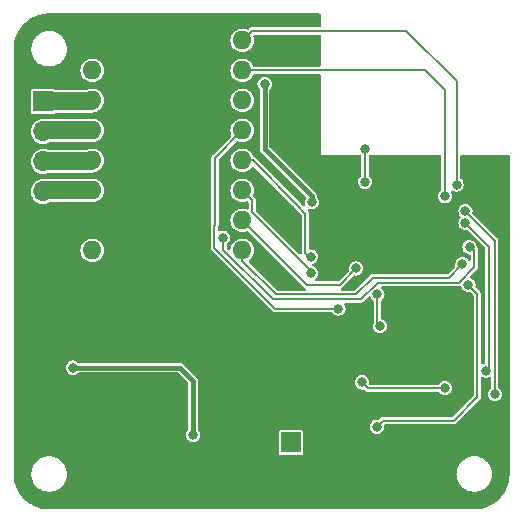
<source format=gbr>
%TF.GenerationSoftware,KiCad,Pcbnew,7.0.6*%
%TF.CreationDate,2023-09-28T21:06:28-04:00*%
%TF.ProjectId,Welder_Knob,57656c64-6572-45f4-9b6e-6f622e6b6963,rev?*%
%TF.SameCoordinates,Original*%
%TF.FileFunction,Copper,L2,Bot*%
%TF.FilePolarity,Positive*%
%FSLAX46Y46*%
G04 Gerber Fmt 4.6, Leading zero omitted, Abs format (unit mm)*
G04 Created by KiCad (PCBNEW 7.0.6) date 2023-09-28 21:06:28*
%MOMM*%
%LPD*%
G01*
G04 APERTURE LIST*
%TA.AperFunction,ComponentPad*%
%ADD10R,1.600000X1.600000*%
%TD*%
%TA.AperFunction,ComponentPad*%
%ADD11O,1.600000X1.600000*%
%TD*%
%TA.AperFunction,ComponentPad*%
%ADD12R,1.700000X1.700000*%
%TD*%
%TA.AperFunction,ComponentPad*%
%ADD13O,1.700000X1.700000*%
%TD*%
%TA.AperFunction,ViaPad*%
%ADD14C,0.800000*%
%TD*%
%TA.AperFunction,Conductor*%
%ADD15C,0.400000*%
%TD*%
%TA.AperFunction,Conductor*%
%ADD16C,1.500000*%
%TD*%
%TA.AperFunction,Conductor*%
%ADD17C,0.200000*%
%TD*%
G04 APERTURE END LIST*
D10*
%TO.P,A7,1,GND*%
%TO.N,GND*%
X126660000Y-62300000D03*
D11*
%TO.P,A7,2,VDD*%
%TO.N,+3.3V*%
X126660000Y-64840000D03*
%TO.P,A7,3,1B*%
%TO.N,M_1B*%
X126660000Y-67380000D03*
%TO.P,A7,4,1A*%
%TO.N,M_1A*%
X126660000Y-69920000D03*
%TO.P,A7,5,2A*%
%TO.N,M_2A*%
X126660000Y-72460000D03*
%TO.P,A7,6,2B*%
%TO.N,M_2B*%
X126660000Y-75000000D03*
%TO.P,A7,7,GND*%
%TO.N,GND*%
X126660000Y-77540000D03*
%TO.P,A7,8,VMOT*%
%TO.N,+12V*%
X126660000Y-80080000D03*
%TO.P,A7,9,~{ENABLE}*%
%TO.N,MOT_EN*%
X139360000Y-80080000D03*
%TO.P,A7,10,MS1*%
%TO.N,MS1*%
X139360000Y-77540000D03*
%TO.P,A7,11,MS2*%
%TO.N,MS2*%
X139360000Y-75000000D03*
%TO.P,A7,12,MS3*%
%TO.N,MS3*%
X139360000Y-72460000D03*
%TO.P,A7,13,~{RESET}*%
%TO.N,MOT_RST*%
X139360000Y-69920000D03*
%TO.P,A7,14,~{SLEEP}*%
%TO.N,MOT_SLEEP*%
X139360000Y-67380000D03*
%TO.P,A7,15,STEP*%
%TO.N,MOT_STEP*%
X139360000Y-64840000D03*
%TO.P,A7,16,DIR*%
%TO.N,MOT_DIR*%
X139360000Y-62300000D03*
%TD*%
D12*
%TO.P,J9,1,Pin_1*%
%TO.N,M_1B*%
X122500000Y-67460000D03*
D13*
%TO.P,J9,2,Pin_2*%
%TO.N,M_1A*%
X122500000Y-70000000D03*
%TO.P,J9,3,Pin_3*%
%TO.N,M_2A*%
X122500000Y-72540000D03*
%TO.P,J9,4,Pin_4*%
%TO.N,M_2B*%
X122500000Y-75080000D03*
%TD*%
D12*
%TO.P,J7,1,Pin_1*%
%TO.N,+12V*%
X143490000Y-96325000D03*
D13*
%TO.P,J7,2,Pin_2*%
%TO.N,GND*%
X140950000Y-96325000D03*
%TD*%
D14*
%TO.N,GND*%
X143800000Y-90050000D03*
X140100000Y-94300000D03*
X139300000Y-94500000D03*
X139500000Y-93700000D03*
X147000000Y-89000000D03*
X138900000Y-93100000D03*
X141183724Y-76794480D03*
X144000000Y-77250000D03*
X143400000Y-88650000D03*
X144000000Y-89250000D03*
X142600000Y-88850000D03*
X138300000Y-92500000D03*
X128750000Y-87750000D03*
X138700000Y-93900000D03*
X144600000Y-89850000D03*
X138100000Y-93300000D03*
X142800000Y-88050000D03*
X143200000Y-89450000D03*
%TO.N,+3.3V*%
X135200000Y-95700000D03*
X141250000Y-66000000D03*
X125000000Y-90000000D03*
X145250000Y-76000000D03*
%TO.N,MOT_EN*%
X158000000Y-81250000D03*
%TO.N,MOT_RST*%
X147500000Y-85000000D03*
%TO.N,MOT_SLEEP*%
X158600000Y-79800000D03*
X137750000Y-79000000D03*
%TO.N,MOT_STEP*%
X156500000Y-75500000D03*
%TO.N,MOT_DIR*%
X157500000Y-74500000D03*
%TO.N,ESP_EN*%
X156500000Y-91750000D03*
X151000000Y-86500000D03*
X150800000Y-83800000D03*
X149500000Y-91250000D03*
%TO.N,Button*%
X150750000Y-95000000D03*
X158500000Y-83000000D03*
%TO.N,S_LED*%
X149750000Y-74250000D03*
X149750000Y-71500000D03*
%TO.N,ESP_RXD*%
X158250000Y-77750000D03*
X160000000Y-90250000D03*
%TO.N,ESP_TXD*%
X160750000Y-92250000D03*
X158250000Y-76750000D03*
%TO.N,MS1*%
X149000000Y-81600000D03*
%TO.N,MS2*%
X145200000Y-82000000D03*
%TO.N,MS3*%
X145200000Y-80600000D03*
%TD*%
D15*
%TO.N,GND*%
X141639244Y-77250000D02*
X144000000Y-77250000D01*
X141183724Y-76794480D02*
X141639244Y-77250000D01*
X144850000Y-89000000D02*
X143800000Y-90050000D01*
X135500000Y-87750000D02*
X139750000Y-92000000D01*
X128750000Y-87750000D02*
X135500000Y-87750000D01*
X147000000Y-89000000D02*
X144850000Y-89000000D01*
%TO.N,+3.3V*%
X135200000Y-95700000D02*
X135200000Y-91100000D01*
X145250000Y-76000000D02*
X145250000Y-75500000D01*
X134100000Y-90000000D02*
X125000000Y-90000000D01*
X141250000Y-71500000D02*
X141250000Y-66000000D01*
X145250000Y-75500000D02*
X141250000Y-71500000D01*
X135200000Y-91100000D02*
X134100000Y-90000000D01*
D16*
%TO.N,M_1B*%
X122500000Y-67460000D02*
X126580000Y-67460000D01*
D15*
X126580000Y-67460000D02*
X126660000Y-67380000D01*
D16*
%TO.N,M_1A*%
X126660000Y-69920000D02*
X122580000Y-69920000D01*
D15*
X122580000Y-69920000D02*
X122500000Y-70000000D01*
D16*
%TO.N,M_2A*%
X122500000Y-72540000D02*
X126580000Y-72540000D01*
D15*
X126580000Y-72540000D02*
X126660000Y-72460000D01*
D16*
%TO.N,M_2B*%
X126660000Y-75000000D02*
X122580000Y-75000000D01*
D15*
X122580000Y-75000000D02*
X122500000Y-75080000D01*
D17*
%TO.N,MOT_EN*%
X149000000Y-83800000D02*
X150400000Y-82400000D01*
X139360000Y-80080000D02*
X139360000Y-80960000D01*
X156850000Y-82400000D02*
X158000000Y-81250000D01*
X150400000Y-82400000D02*
X156850000Y-82400000D01*
X139360000Y-80960000D02*
X142200000Y-83800000D01*
X142200000Y-83800000D02*
X149000000Y-83800000D01*
%TO.N,MOT_RST*%
X137050000Y-77950000D02*
X137050000Y-72230000D01*
X142158679Y-85000000D02*
X137000000Y-79841321D01*
X137000000Y-79841321D02*
X137000000Y-78000000D01*
X137050000Y-72230000D02*
X139360000Y-69920000D01*
X147500000Y-85000000D02*
X142158679Y-85000000D01*
X137000000Y-78000000D02*
X137050000Y-77950000D01*
%TO.N,MOT_SLEEP*%
X150810050Y-82800000D02*
X157710050Y-82800000D01*
X158800000Y-79800000D02*
X158600000Y-79800000D01*
X137750000Y-80025635D02*
X141924365Y-84200000D01*
X159000000Y-80000000D02*
X158800000Y-79800000D01*
X157710050Y-82800000D02*
X159000000Y-81510050D01*
X141924365Y-84200000D02*
X149410050Y-84200000D01*
X149410050Y-84200000D02*
X150810050Y-82800000D01*
X159000000Y-81510050D02*
X159000000Y-80000000D01*
X137750000Y-79000000D02*
X137750000Y-80025635D01*
%TO.N,MOT_STEP*%
X154840000Y-64840000D02*
X156500000Y-66500000D01*
X139360000Y-64840000D02*
X154840000Y-64840000D01*
X156500000Y-66500000D02*
X156500000Y-75500000D01*
%TO.N,MOT_DIR*%
X157500000Y-65750000D02*
X153250001Y-61500001D01*
X157500000Y-74500000D02*
X157500000Y-65750000D01*
X140159999Y-61500001D02*
X139360000Y-62300000D01*
X153250001Y-61500001D02*
X140159999Y-61500001D01*
%TO.N,ESP_EN*%
X156500000Y-91750000D02*
X150000000Y-91750000D01*
X150800000Y-86300000D02*
X150800000Y-83800000D01*
X150000000Y-91750000D02*
X149500000Y-91250000D01*
X151000000Y-86500000D02*
X150800000Y-86300000D01*
%TO.N,Button*%
X151250000Y-94500000D02*
X157250000Y-94500000D01*
X159250000Y-92500000D02*
X159250000Y-83750000D01*
X150750000Y-95000000D02*
X151250000Y-94500000D01*
X159250000Y-83750000D02*
X158500000Y-83000000D01*
X157250000Y-94500000D02*
X159250000Y-92500000D01*
%TO.N,S_LED*%
X149750000Y-71500000D02*
X149750000Y-74250000D01*
%TO.N,ESP_RXD*%
X160250000Y-79750000D02*
X158250000Y-77750000D01*
X160250000Y-90000000D02*
X160250000Y-79750000D01*
X160000000Y-90250000D02*
X160250000Y-90000000D01*
%TO.N,ESP_TXD*%
X158250000Y-76750000D02*
X160750000Y-79250000D01*
X160750000Y-79250000D02*
X160750000Y-92250000D01*
%TO.N,MS1*%
X144820000Y-83000000D02*
X147600000Y-83000000D01*
X139360000Y-77540000D02*
X144820000Y-83000000D01*
X147600000Y-83000000D02*
X149000000Y-81600000D01*
%TO.N,MS2*%
X145200000Y-81800000D02*
X145200000Y-82000000D01*
X140200000Y-76800000D02*
X145200000Y-81800000D01*
X139360000Y-75000000D02*
X140200000Y-75840000D01*
X140200000Y-75840000D02*
X140200000Y-76800000D01*
%TO.N,MS3*%
X144030025Y-76230025D02*
X144000000Y-76260050D01*
X139360000Y-72460000D02*
X140260000Y-72460000D01*
X144700000Y-76960050D02*
X144700000Y-80300000D01*
X140260000Y-72460000D02*
X144030025Y-76230025D01*
X144000000Y-76260050D02*
X144700000Y-76960050D01*
X144700000Y-80300000D02*
X145000000Y-80600000D01*
%TD*%
%TA.AperFunction,Conductor*%
%TO.N,GND*%
G36*
X145250000Y-89750000D02*
G01*
X145250000Y-90250000D01*
X140500000Y-95000000D01*
X139000000Y-95000000D01*
X137500000Y-93500000D01*
X137500000Y-92250000D01*
X142250000Y-87500000D01*
X143000000Y-87500000D01*
X145250000Y-89750000D01*
G37*
%TD.AperFunction*%
%TD*%
%TA.AperFunction,Conductor*%
%TO.N,GND*%
G36*
X145943039Y-60020185D02*
G01*
X145988794Y-60072989D01*
X146000000Y-60124500D01*
X146000000Y-61075501D01*
X145980315Y-61142540D01*
X145927511Y-61188295D01*
X145876000Y-61199501D01*
X140222840Y-61199501D01*
X140214266Y-61198906D01*
X140202237Y-61197228D01*
X140202234Y-61197228D01*
X140177218Y-61198384D01*
X140154489Y-61199435D01*
X140151626Y-61199501D01*
X140132155Y-61199501D01*
X140132150Y-61199501D01*
X140132148Y-61199502D01*
X140129514Y-61199994D01*
X140120984Y-61200983D01*
X140090005Y-61202416D01*
X140090003Y-61202416D01*
X140083657Y-61205218D01*
X140056384Y-61213664D01*
X140049569Y-61214938D01*
X140049565Y-61214940D01*
X140023203Y-61231262D01*
X140015602Y-61235268D01*
X139987234Y-61247794D01*
X139982331Y-61252697D01*
X139959935Y-61270436D01*
X139954049Y-61274080D01*
X139954044Y-61274085D01*
X139935361Y-61298825D01*
X139929719Y-61305308D01*
X139887380Y-61347647D01*
X139826057Y-61381132D01*
X139756365Y-61376148D01*
X139750386Y-61373451D01*
X139750359Y-61373518D01*
X139744739Y-61371190D01*
X139744728Y-61371186D01*
X139744727Y-61371186D01*
X139593851Y-61325418D01*
X139556129Y-61313975D01*
X139360000Y-61294659D01*
X139163870Y-61313975D01*
X138975266Y-61371188D01*
X138801467Y-61464086D01*
X138801460Y-61464090D01*
X138649116Y-61589116D01*
X138524090Y-61741460D01*
X138524086Y-61741467D01*
X138431188Y-61915266D01*
X138373975Y-62103870D01*
X138354659Y-62300000D01*
X138373975Y-62496129D01*
X138373976Y-62496132D01*
X138430652Y-62682968D01*
X138431188Y-62684733D01*
X138524086Y-62858532D01*
X138524090Y-62858539D01*
X138649116Y-63010883D01*
X138801460Y-63135909D01*
X138801467Y-63135913D01*
X138975266Y-63228811D01*
X138975269Y-63228811D01*
X138975273Y-63228814D01*
X139163868Y-63286024D01*
X139360000Y-63305341D01*
X139556132Y-63286024D01*
X139744727Y-63228814D01*
X139918538Y-63135910D01*
X140070883Y-63010883D01*
X140195910Y-62858538D01*
X140288814Y-62684727D01*
X140346024Y-62496132D01*
X140365341Y-62300000D01*
X140346024Y-62103868D01*
X140302531Y-61960494D01*
X140301909Y-61890630D01*
X140339157Y-61831517D01*
X140402451Y-61801926D01*
X140421193Y-61800501D01*
X145876000Y-61800501D01*
X145943039Y-61820186D01*
X145988794Y-61872990D01*
X146000000Y-61924501D01*
X146000000Y-64415500D01*
X145980315Y-64482539D01*
X145927511Y-64528294D01*
X145876000Y-64539500D01*
X140406328Y-64539500D01*
X140339289Y-64519815D01*
X140293534Y-64467011D01*
X140291212Y-64460868D01*
X140291144Y-64460897D01*
X140288814Y-64455273D01*
X140195913Y-64281467D01*
X140195909Y-64281460D01*
X140070883Y-64129116D01*
X139918539Y-64004090D01*
X139918532Y-64004086D01*
X139744733Y-63911188D01*
X139744727Y-63911186D01*
X139556132Y-63853976D01*
X139556129Y-63853975D01*
X139360000Y-63834659D01*
X139163870Y-63853975D01*
X138975266Y-63911188D01*
X138801467Y-64004086D01*
X138801460Y-64004090D01*
X138649116Y-64129116D01*
X138524090Y-64281460D01*
X138524086Y-64281467D01*
X138431188Y-64455266D01*
X138373975Y-64643870D01*
X138354659Y-64840000D01*
X138373975Y-65036129D01*
X138373976Y-65036132D01*
X138405973Y-65141613D01*
X138431188Y-65224733D01*
X138524086Y-65398532D01*
X138524090Y-65398539D01*
X138649116Y-65550883D01*
X138801460Y-65675909D01*
X138801467Y-65675913D01*
X138975266Y-65768811D01*
X138975269Y-65768811D01*
X138975273Y-65768814D01*
X139163868Y-65826024D01*
X139360000Y-65845341D01*
X139556132Y-65826024D01*
X139744727Y-65768814D01*
X139918538Y-65675910D01*
X140070883Y-65550883D01*
X140195910Y-65398538D01*
X140288814Y-65224727D01*
X140288815Y-65224723D01*
X140291144Y-65219103D01*
X140293260Y-65219979D01*
X140325945Y-65170083D01*
X140389751Y-65141613D01*
X140406328Y-65140500D01*
X145876000Y-65140500D01*
X145943039Y-65160185D01*
X145988794Y-65212989D01*
X146000000Y-65264500D01*
X146000000Y-72000000D01*
X149325500Y-72000000D01*
X149392539Y-72019685D01*
X149438294Y-72072489D01*
X149449500Y-72124000D01*
X149449500Y-73662518D01*
X149429815Y-73729557D01*
X149400986Y-73760894D01*
X149321719Y-73821716D01*
X149225463Y-73947160D01*
X149164956Y-74093237D01*
X149164955Y-74093239D01*
X149144318Y-74249998D01*
X149144318Y-74250001D01*
X149164955Y-74406760D01*
X149164956Y-74406762D01*
X149203576Y-74500000D01*
X149225464Y-74552841D01*
X149321718Y-74678282D01*
X149447159Y-74774536D01*
X149593238Y-74835044D01*
X149671619Y-74845363D01*
X149749999Y-74855682D01*
X149750000Y-74855682D01*
X149750001Y-74855682D01*
X149802254Y-74848802D01*
X149906762Y-74835044D01*
X150052841Y-74774536D01*
X150178282Y-74678282D01*
X150274536Y-74552841D01*
X150335044Y-74406762D01*
X150355682Y-74250000D01*
X150349404Y-74202317D01*
X150335044Y-74093239D01*
X150335044Y-74093238D01*
X150274536Y-73947159D01*
X150178282Y-73821718D01*
X150178280Y-73821717D01*
X150178280Y-73821716D01*
X150099014Y-73760894D01*
X150057811Y-73704466D01*
X150050500Y-73662518D01*
X150050500Y-72124000D01*
X150070185Y-72056961D01*
X150122989Y-72011206D01*
X150174500Y-72000000D01*
X156075500Y-72000000D01*
X156142539Y-72019685D01*
X156188294Y-72072489D01*
X156199500Y-72124000D01*
X156199500Y-74912518D01*
X156179815Y-74979557D01*
X156150986Y-75010894D01*
X156071719Y-75071716D01*
X155975463Y-75197160D01*
X155914956Y-75343237D01*
X155914955Y-75343239D01*
X155894318Y-75499998D01*
X155894318Y-75500001D01*
X155914955Y-75656760D01*
X155914956Y-75656762D01*
X155975464Y-75802841D01*
X156071718Y-75928282D01*
X156197159Y-76024536D01*
X156343238Y-76085044D01*
X156406040Y-76093312D01*
X156499999Y-76105682D01*
X156500000Y-76105682D01*
X156500001Y-76105682D01*
X156554986Y-76098443D01*
X156656762Y-76085044D01*
X156802841Y-76024536D01*
X156928282Y-75928282D01*
X157024536Y-75802841D01*
X157085044Y-75656762D01*
X157105682Y-75500000D01*
X157101532Y-75468481D01*
X157090506Y-75384727D01*
X157085044Y-75343238D01*
X157024536Y-75197159D01*
X157024534Y-75197156D01*
X157020472Y-75190119D01*
X157023228Y-75188527D01*
X157003429Y-75137320D01*
X157017465Y-75068875D01*
X157066278Y-75018884D01*
X157134369Y-75003218D01*
X157188787Y-75022778D01*
X157190119Y-75020472D01*
X157197157Y-75024534D01*
X157197159Y-75024536D01*
X157343238Y-75085044D01*
X157421619Y-75095363D01*
X157499999Y-75105682D01*
X157500000Y-75105682D01*
X157500001Y-75105682D01*
X157552254Y-75098802D01*
X157656762Y-75085044D01*
X157802841Y-75024536D01*
X157928282Y-74928282D01*
X158024536Y-74802841D01*
X158085044Y-74656762D01*
X158105682Y-74500000D01*
X158104832Y-74493547D01*
X158085044Y-74343239D01*
X158085044Y-74343238D01*
X158024536Y-74197159D01*
X157928282Y-74071718D01*
X157928280Y-74071717D01*
X157928280Y-74071716D01*
X157853031Y-74013976D01*
X157849013Y-74010893D01*
X157807811Y-73954466D01*
X157800500Y-73912518D01*
X157800500Y-72124000D01*
X157820185Y-72056961D01*
X157872989Y-72011206D01*
X157924500Y-72000000D01*
X161875500Y-72000000D01*
X161942539Y-72019685D01*
X161988294Y-72072489D01*
X161999500Y-72124000D01*
X161999500Y-98998376D01*
X161999415Y-99001622D01*
X161992509Y-99133382D01*
X161982196Y-99317013D01*
X161981530Y-99323240D01*
X161957394Y-99475630D01*
X161929778Y-99638163D01*
X161928541Y-99643827D01*
X161887579Y-99796702D01*
X161842916Y-99951725D01*
X161841221Y-99956781D01*
X161783877Y-100106170D01*
X161722643Y-100254001D01*
X161720604Y-100258423D01*
X161647488Y-100401921D01*
X161570364Y-100541467D01*
X161568097Y-100545246D01*
X161480019Y-100680872D01*
X161387862Y-100810755D01*
X161385480Y-100813896D01*
X161284385Y-100938738D01*
X161282431Y-100941034D01*
X161177260Y-101058721D01*
X161174870Y-101061248D01*
X161061248Y-101174870D01*
X161058721Y-101177260D01*
X160941034Y-101282431D01*
X160938738Y-101284385D01*
X160813896Y-101385480D01*
X160810755Y-101387862D01*
X160680872Y-101480019D01*
X160545246Y-101568097D01*
X160541467Y-101570364D01*
X160401921Y-101647488D01*
X160258423Y-101720604D01*
X160254001Y-101722643D01*
X160106170Y-101783877D01*
X159956781Y-101841221D01*
X159951725Y-101842916D01*
X159796702Y-101887579D01*
X159643827Y-101928541D01*
X159638163Y-101929778D01*
X159475630Y-101957394D01*
X159323240Y-101981530D01*
X159317013Y-101982196D01*
X159133382Y-101992509D01*
X159001622Y-101999415D01*
X158998376Y-101999500D01*
X123001624Y-101999500D01*
X122998378Y-101999415D01*
X122866617Y-101992509D01*
X122682985Y-101982196D01*
X122676758Y-101981530D01*
X122524369Y-101957394D01*
X122361835Y-101929778D01*
X122356171Y-101928541D01*
X122203297Y-101887579D01*
X122048273Y-101842916D01*
X122043217Y-101841221D01*
X121893829Y-101783877D01*
X121745997Y-101722643D01*
X121741575Y-101720604D01*
X121598078Y-101647488D01*
X121458531Y-101570364D01*
X121454767Y-101568106D01*
X121401875Y-101533758D01*
X121319127Y-101480019D01*
X121189243Y-101387862D01*
X121186102Y-101385480D01*
X121061260Y-101284385D01*
X121058964Y-101282431D01*
X120941277Y-101177260D01*
X120938750Y-101174870D01*
X120825128Y-101061248D01*
X120822738Y-101058721D01*
X120717567Y-100941034D01*
X120715613Y-100938738D01*
X120676848Y-100890867D01*
X120614510Y-100813886D01*
X120612136Y-100810755D01*
X120519980Y-100680872D01*
X120487406Y-100630715D01*
X120431882Y-100545215D01*
X120429641Y-100541480D01*
X120393757Y-100476552D01*
X120352511Y-100401921D01*
X120303904Y-100306526D01*
X120279388Y-100258412D01*
X120277358Y-100254007D01*
X120216122Y-100106170D01*
X120158769Y-99956759D01*
X120157082Y-99951724D01*
X120125979Y-99843765D01*
X120112414Y-99796679D01*
X120107316Y-99777652D01*
X120071453Y-99643811D01*
X120070226Y-99638194D01*
X120042601Y-99475606D01*
X120018465Y-99323212D01*
X120017803Y-99317027D01*
X120007490Y-99133382D01*
X120000584Y-99001620D01*
X120000542Y-99000003D01*
X121494358Y-99000003D01*
X121502351Y-99096455D01*
X121502563Y-99101578D01*
X121502563Y-99114455D01*
X121501275Y-99118838D01*
X121501941Y-99126870D01*
X121504144Y-99133569D01*
X121506265Y-99146278D01*
X121506900Y-99151366D01*
X121514892Y-99247815D01*
X121514892Y-99247817D01*
X121538655Y-99341658D01*
X121539708Y-99346678D01*
X121541826Y-99359373D01*
X121541278Y-99363901D01*
X121543257Y-99371714D01*
X121546533Y-99377961D01*
X121550715Y-99390144D01*
X121552178Y-99395057D01*
X121575433Y-99486886D01*
X121575938Y-99488880D01*
X121602566Y-99549587D01*
X121614811Y-99577502D01*
X121616676Y-99582282D01*
X121620865Y-99594487D01*
X121621070Y-99599039D01*
X121624305Y-99606414D01*
X121628568Y-99612042D01*
X121634701Y-99623376D01*
X121636950Y-99627977D01*
X121675827Y-99716604D01*
X121728765Y-99797633D01*
X121731390Y-99802038D01*
X121737522Y-99813370D01*
X121738474Y-99817830D01*
X121742880Y-99824574D01*
X121748010Y-99829421D01*
X121755928Y-99839595D01*
X121758904Y-99843765D01*
X121809372Y-99921011D01*
X121811837Y-99924784D01*
X121836307Y-99951365D01*
X121877392Y-99995997D01*
X121880707Y-99999910D01*
X121888613Y-100010069D01*
X121890285Y-100014307D01*
X121895753Y-100020248D01*
X121901600Y-100024177D01*
X121911080Y-100032903D01*
X121914704Y-100036528D01*
X121951740Y-100076759D01*
X121978814Y-100106170D01*
X121980258Y-100107738D01*
X122056625Y-100167177D01*
X122060540Y-100170492D01*
X122070027Y-100179226D01*
X122072374Y-100183132D01*
X122078731Y-100188080D01*
X122085151Y-100190997D01*
X122095936Y-100198042D01*
X122100092Y-100201008D01*
X122176492Y-100260473D01*
X122261635Y-100306550D01*
X122266011Y-100309158D01*
X122276812Y-100316215D01*
X122279773Y-100319685D01*
X122286845Y-100323513D01*
X122293665Y-100325335D01*
X122305484Y-100330520D01*
X122310058Y-100332755D01*
X122395191Y-100378827D01*
X122486768Y-100410265D01*
X122491481Y-100412104D01*
X122503301Y-100417289D01*
X122506792Y-100420223D01*
X122514422Y-100422842D01*
X122521433Y-100423516D01*
X122529379Y-100425527D01*
X122533936Y-100426681D01*
X122538824Y-100428136D01*
X122604308Y-100450617D01*
X122630386Y-100459570D01*
X122725858Y-100475501D01*
X122730862Y-100476549D01*
X122743360Y-100479714D01*
X122747286Y-100482033D01*
X122755241Y-100483361D01*
X122762275Y-100482870D01*
X122775123Y-100483935D01*
X122780188Y-100484566D01*
X122875666Y-100500499D01*
X122875667Y-100500499D01*
X122972437Y-100500499D01*
X122977557Y-100500711D01*
X122989552Y-100501704D01*
X122990420Y-100501776D01*
X122994681Y-100503420D01*
X123002716Y-100503420D01*
X123009580Y-100501777D01*
X123022454Y-100500711D01*
X123027575Y-100500499D01*
X123124331Y-100500499D01*
X123124336Y-100500499D01*
X123219855Y-100484559D01*
X123224851Y-100483937D01*
X123237731Y-100482870D01*
X123242194Y-100483788D01*
X123250142Y-100482462D01*
X123256624Y-100479718D01*
X123269159Y-100476544D01*
X123274106Y-100475507D01*
X123369615Y-100459570D01*
X123461199Y-100428128D01*
X123466056Y-100426683D01*
X123478569Y-100423515D01*
X123483121Y-100423686D01*
X123490742Y-100421070D01*
X123496692Y-100417292D01*
X123508502Y-100412112D01*
X123513252Y-100410259D01*
X123604811Y-100378827D01*
X123689971Y-100332740D01*
X123694523Y-100330516D01*
X123706341Y-100325333D01*
X123710866Y-100324751D01*
X123717936Y-100320925D01*
X123723191Y-100316214D01*
X123734000Y-100309152D01*
X123738362Y-100306552D01*
X123823510Y-100260473D01*
X123899938Y-100200985D01*
X123904026Y-100198067D01*
X123914857Y-100190992D01*
X123919222Y-100189675D01*
X123925569Y-100184734D01*
X123929973Y-100179227D01*
X123939463Y-100170491D01*
X123943350Y-100167197D01*
X124019745Y-100107737D01*
X124085314Y-100036509D01*
X124088910Y-100032913D01*
X124098406Y-100024171D01*
X124102490Y-100022156D01*
X124107950Y-100016225D01*
X124111385Y-100010072D01*
X124119316Y-99999882D01*
X124122586Y-99996021D01*
X124188165Y-99924784D01*
X124241125Y-99843722D01*
X124244056Y-99839617D01*
X124252005Y-99829404D01*
X124255700Y-99826745D01*
X124260105Y-99820003D01*
X124262482Y-99813364D01*
X124268622Y-99802019D01*
X124271225Y-99797649D01*
X124324174Y-99716606D01*
X124363069Y-99627932D01*
X124365299Y-99623376D01*
X124371422Y-99612061D01*
X124374642Y-99608815D01*
X124377883Y-99601426D01*
X124379136Y-99594482D01*
X124383330Y-99582265D01*
X124385171Y-99577545D01*
X124424064Y-99488880D01*
X124447833Y-99395018D01*
X124449281Y-99390155D01*
X124453468Y-99377959D01*
X124456104Y-99374237D01*
X124458082Y-99366427D01*
X124458175Y-99359372D01*
X124460300Y-99346637D01*
X124461345Y-99341658D01*
X124485109Y-99247820D01*
X124493104Y-99151332D01*
X124493735Y-99146277D01*
X124498509Y-99117668D01*
X124497689Y-99111927D01*
X124498089Y-99092584D01*
X124498284Y-99088813D01*
X124504866Y-99009378D01*
X124505644Y-99000003D01*
X157494356Y-99000003D01*
X157502349Y-99096455D01*
X157502561Y-99101578D01*
X157502561Y-99114455D01*
X157501273Y-99118839D01*
X157501939Y-99126868D01*
X157504142Y-99133569D01*
X157506263Y-99146278D01*
X157506898Y-99151366D01*
X157514890Y-99247815D01*
X157514890Y-99247817D01*
X157538653Y-99341658D01*
X157539706Y-99346678D01*
X157541824Y-99359373D01*
X157541276Y-99363901D01*
X157543255Y-99371714D01*
X157546531Y-99377961D01*
X157550713Y-99390144D01*
X157552176Y-99395057D01*
X157575431Y-99486886D01*
X157575936Y-99488880D01*
X157602564Y-99549587D01*
X157614809Y-99577502D01*
X157616674Y-99582282D01*
X157620863Y-99594487D01*
X157621068Y-99599039D01*
X157624303Y-99606414D01*
X157628566Y-99612042D01*
X157634699Y-99623376D01*
X157636948Y-99627977D01*
X157675825Y-99716604D01*
X157728763Y-99797633D01*
X157731388Y-99802038D01*
X157737520Y-99813370D01*
X157738472Y-99817830D01*
X157742878Y-99824574D01*
X157748008Y-99829421D01*
X157755926Y-99839595D01*
X157758902Y-99843765D01*
X157809370Y-99921011D01*
X157811835Y-99924784D01*
X157836305Y-99951365D01*
X157877390Y-99995997D01*
X157880705Y-99999910D01*
X157888611Y-100010069D01*
X157890283Y-100014307D01*
X157895751Y-100020248D01*
X157901598Y-100024177D01*
X157911078Y-100032903D01*
X157914702Y-100036528D01*
X157951738Y-100076759D01*
X157978812Y-100106170D01*
X157980256Y-100107738D01*
X158056623Y-100167177D01*
X158060538Y-100170492D01*
X158070025Y-100179226D01*
X158072372Y-100183132D01*
X158078729Y-100188080D01*
X158085149Y-100190997D01*
X158095934Y-100198042D01*
X158100090Y-100201008D01*
X158176490Y-100260473D01*
X158261633Y-100306550D01*
X158266009Y-100309158D01*
X158276810Y-100316215D01*
X158279771Y-100319685D01*
X158286843Y-100323513D01*
X158293663Y-100325335D01*
X158305482Y-100330520D01*
X158310056Y-100332755D01*
X158395189Y-100378827D01*
X158486766Y-100410265D01*
X158491479Y-100412104D01*
X158503299Y-100417289D01*
X158506790Y-100420223D01*
X158514420Y-100422842D01*
X158521431Y-100423516D01*
X158529377Y-100425527D01*
X158533934Y-100426681D01*
X158538822Y-100428136D01*
X158604306Y-100450617D01*
X158630384Y-100459570D01*
X158725856Y-100475501D01*
X158730860Y-100476549D01*
X158743358Y-100479714D01*
X158747284Y-100482033D01*
X158755239Y-100483361D01*
X158762273Y-100482870D01*
X158775121Y-100483935D01*
X158780186Y-100484566D01*
X158875664Y-100500499D01*
X158875665Y-100500499D01*
X158972435Y-100500499D01*
X158977555Y-100500711D01*
X158989550Y-100501704D01*
X158990418Y-100501776D01*
X158994679Y-100503420D01*
X159002714Y-100503420D01*
X159009578Y-100501777D01*
X159022452Y-100500711D01*
X159027573Y-100500499D01*
X159124329Y-100500499D01*
X159124334Y-100500499D01*
X159219853Y-100484559D01*
X159224849Y-100483937D01*
X159237729Y-100482870D01*
X159242192Y-100483788D01*
X159250140Y-100482462D01*
X159256622Y-100479718D01*
X159269157Y-100476544D01*
X159274104Y-100475507D01*
X159369613Y-100459570D01*
X159461197Y-100428128D01*
X159466054Y-100426683D01*
X159478567Y-100423515D01*
X159483119Y-100423686D01*
X159490740Y-100421070D01*
X159496690Y-100417292D01*
X159508500Y-100412112D01*
X159513250Y-100410259D01*
X159604809Y-100378827D01*
X159689969Y-100332740D01*
X159694521Y-100330516D01*
X159706339Y-100325333D01*
X159710864Y-100324751D01*
X159717934Y-100320925D01*
X159723189Y-100316214D01*
X159733998Y-100309152D01*
X159738360Y-100306552D01*
X159823508Y-100260473D01*
X159899936Y-100200985D01*
X159904024Y-100198067D01*
X159914855Y-100190992D01*
X159919220Y-100189675D01*
X159925567Y-100184734D01*
X159929971Y-100179227D01*
X159939461Y-100170491D01*
X159943348Y-100167197D01*
X160019743Y-100107737D01*
X160085312Y-100036509D01*
X160088908Y-100032913D01*
X160098404Y-100024171D01*
X160102488Y-100022156D01*
X160107948Y-100016225D01*
X160111383Y-100010072D01*
X160119314Y-99999882D01*
X160122584Y-99996021D01*
X160188163Y-99924784D01*
X160241123Y-99843722D01*
X160244054Y-99839617D01*
X160252003Y-99829404D01*
X160255698Y-99826745D01*
X160260103Y-99820003D01*
X160262480Y-99813364D01*
X160268620Y-99802019D01*
X160271223Y-99797649D01*
X160324172Y-99716606D01*
X160363067Y-99627932D01*
X160365297Y-99623376D01*
X160371420Y-99612061D01*
X160374640Y-99608815D01*
X160377881Y-99601426D01*
X160379134Y-99594482D01*
X160383328Y-99582265D01*
X160385169Y-99577545D01*
X160424062Y-99488880D01*
X160447831Y-99395018D01*
X160449279Y-99390155D01*
X160453466Y-99377959D01*
X160456102Y-99374237D01*
X160458080Y-99366427D01*
X160458173Y-99359372D01*
X160460298Y-99346637D01*
X160461343Y-99341658D01*
X160485107Y-99247820D01*
X160493102Y-99151332D01*
X160493733Y-99146277D01*
X160498507Y-99117668D01*
X160497687Y-99111927D01*
X160498087Y-99092584D01*
X160498282Y-99088813D01*
X160504864Y-99009378D01*
X160505642Y-99000001D01*
X160505642Y-98999996D01*
X160504411Y-98985144D01*
X160498282Y-98911188D01*
X160498087Y-98907409D01*
X160497687Y-98888071D01*
X160498788Y-98884015D01*
X160496538Y-98870531D01*
X160493730Y-98853703D01*
X160493101Y-98848659D01*
X160485107Y-98752178D01*
X160461340Y-98658326D01*
X160460294Y-98653333D01*
X160460291Y-98653318D01*
X160458174Y-98640626D01*
X160458720Y-98636101D01*
X160456742Y-98628286D01*
X160453465Y-98622036D01*
X160449282Y-98609850D01*
X160447829Y-98604975D01*
X160424062Y-98511118D01*
X160385179Y-98422474D01*
X160383325Y-98417724D01*
X160379132Y-98405508D01*
X160378926Y-98400952D01*
X160375698Y-98393591D01*
X160371434Y-98387961D01*
X160365297Y-98376620D01*
X160363051Y-98372028D01*
X160324172Y-98283392D01*
X160324172Y-98283391D01*
X160271230Y-98202357D01*
X160268617Y-98197972D01*
X160262476Y-98186625D01*
X160261523Y-98182166D01*
X160257121Y-98175427D01*
X160251993Y-98170580D01*
X160244080Y-98160414D01*
X160241101Y-98156242D01*
X160188163Y-98075214D01*
X160182883Y-98069478D01*
X160122605Y-98003998D01*
X160119290Y-98000084D01*
X160111383Y-97989925D01*
X160109710Y-97985684D01*
X160104252Y-97979756D01*
X160098397Y-97975819D01*
X160088917Y-97967091D01*
X160085293Y-97963467D01*
X160071862Y-97948878D01*
X160019743Y-97892261D01*
X159998869Y-97876014D01*
X159943377Y-97832822D01*
X159939461Y-97829506D01*
X159929969Y-97820766D01*
X159927623Y-97816862D01*
X159921278Y-97811923D01*
X159914844Y-97808999D01*
X159904054Y-97801949D01*
X159899892Y-97798977D01*
X159892500Y-97793224D01*
X159823508Y-97739525D01*
X159823503Y-97739522D01*
X159823502Y-97739521D01*
X159774905Y-97713222D01*
X159738379Y-97693455D01*
X159733984Y-97690836D01*
X159723189Y-97683783D01*
X159720226Y-97680312D01*
X159713155Y-97676485D01*
X159706331Y-97674660D01*
X159694527Y-97669482D01*
X159689924Y-97667232D01*
X159604815Y-97621174D01*
X159604812Y-97621173D01*
X159604809Y-97621171D01*
X159604803Y-97621169D01*
X159604801Y-97621168D01*
X159513257Y-97589741D01*
X159508479Y-97587876D01*
X159496689Y-97582704D01*
X159493198Y-97579770D01*
X159485583Y-97577155D01*
X159478561Y-97576480D01*
X159474749Y-97575515D01*
X159466079Y-97573319D01*
X159461167Y-97571857D01*
X159369613Y-97540428D01*
X159274140Y-97524495D01*
X159269127Y-97523444D01*
X159256647Y-97520285D01*
X159252714Y-97517961D01*
X159244767Y-97516635D01*
X159237718Y-97517126D01*
X159224887Y-97516062D01*
X159219803Y-97515429D01*
X159124335Y-97499499D01*
X159124334Y-97499499D01*
X159027540Y-97499499D01*
X159022427Y-97499287D01*
X159011121Y-97498350D01*
X159009582Y-97498223D01*
X159005327Y-97496581D01*
X158997278Y-97496581D01*
X158990413Y-97498223D01*
X158980434Y-97499050D01*
X158980290Y-97499062D01*
X158977605Y-97499284D01*
X158972494Y-97499499D01*
X158875664Y-97499499D01*
X158780193Y-97515429D01*
X158775108Y-97516063D01*
X158762276Y-97517126D01*
X158757805Y-97516206D01*
X158749861Y-97517531D01*
X158743354Y-97520284D01*
X158730871Y-97523444D01*
X158725856Y-97524496D01*
X158630382Y-97540428D01*
X158538834Y-97571855D01*
X158533928Y-97573316D01*
X158521449Y-97576477D01*
X158516889Y-97576306D01*
X158509260Y-97578924D01*
X158503303Y-97582706D01*
X158491514Y-97587878D01*
X158486739Y-97589741D01*
X158395193Y-97621169D01*
X158395182Y-97621174D01*
X158310083Y-97667227D01*
X158305478Y-97669478D01*
X158293661Y-97674662D01*
X158289134Y-97675243D01*
X158282060Y-97679071D01*
X158276803Y-97683785D01*
X158266008Y-97690838D01*
X158261606Y-97693460D01*
X158176492Y-97739523D01*
X158176488Y-97739525D01*
X158100107Y-97798975D01*
X158095943Y-97801949D01*
X158088966Y-97806508D01*
X158085137Y-97809009D01*
X158080770Y-97810326D01*
X158074427Y-97815263D01*
X158070024Y-97820770D01*
X158060531Y-97829509D01*
X158056619Y-97832823D01*
X157980254Y-97892261D01*
X157914695Y-97963476D01*
X157911070Y-97967101D01*
X157901595Y-97975823D01*
X157897508Y-97977839D01*
X157892042Y-97983777D01*
X157888603Y-97989939D01*
X157880698Y-98000094D01*
X157877389Y-98004000D01*
X157811835Y-98075214D01*
X157758902Y-98156232D01*
X157755930Y-98160396D01*
X157749307Y-98168907D01*
X157747989Y-98170600D01*
X157744293Y-98173258D01*
X157739899Y-98179983D01*
X157737519Y-98186630D01*
X157731386Y-98197961D01*
X157728763Y-98202363D01*
X157675827Y-98283389D01*
X157636951Y-98372014D01*
X157634702Y-98376615D01*
X157631672Y-98382215D01*
X157628565Y-98387957D01*
X157625349Y-98391197D01*
X157622115Y-98398570D01*
X157620862Y-98405516D01*
X157616673Y-98417716D01*
X157614810Y-98422492D01*
X157585178Y-98490046D01*
X157575938Y-98511115D01*
X157575935Y-98511121D01*
X157552176Y-98604939D01*
X157550714Y-98609850D01*
X157546532Y-98622032D01*
X157543895Y-98625754D01*
X157541916Y-98633569D01*
X157541824Y-98640621D01*
X157539706Y-98653318D01*
X157538653Y-98658338D01*
X157514890Y-98752177D01*
X157514890Y-98752182D01*
X157506898Y-98848630D01*
X157506263Y-98853718D01*
X157504142Y-98866427D01*
X157502154Y-98870531D01*
X157501489Y-98878560D01*
X157502561Y-98885541D01*
X157502561Y-98898418D01*
X157502349Y-98903541D01*
X157494356Y-98999993D01*
X157494356Y-99000003D01*
X124505644Y-99000003D01*
X124505644Y-99000001D01*
X124505644Y-98999996D01*
X124504413Y-98985144D01*
X124498284Y-98911188D01*
X124498089Y-98907409D01*
X124497689Y-98888071D01*
X124498790Y-98884015D01*
X124496540Y-98870531D01*
X124493732Y-98853703D01*
X124493103Y-98848659D01*
X124485109Y-98752178D01*
X124461342Y-98658326D01*
X124460296Y-98653333D01*
X124460293Y-98653318D01*
X124458176Y-98640626D01*
X124458722Y-98636101D01*
X124456744Y-98628286D01*
X124453467Y-98622036D01*
X124449284Y-98609850D01*
X124447831Y-98604975D01*
X124424064Y-98511118D01*
X124385181Y-98422474D01*
X124383327Y-98417724D01*
X124379134Y-98405508D01*
X124378928Y-98400952D01*
X124375700Y-98393591D01*
X124371436Y-98387961D01*
X124365299Y-98376620D01*
X124363053Y-98372028D01*
X124324174Y-98283392D01*
X124324174Y-98283391D01*
X124271232Y-98202357D01*
X124268619Y-98197972D01*
X124262478Y-98186625D01*
X124261525Y-98182166D01*
X124257123Y-98175427D01*
X124251995Y-98170580D01*
X124244082Y-98160414D01*
X124241103Y-98156242D01*
X124188165Y-98075214D01*
X124182885Y-98069478D01*
X124122607Y-98003998D01*
X124119292Y-98000084D01*
X124111385Y-97989925D01*
X124109712Y-97985684D01*
X124104254Y-97979756D01*
X124098399Y-97975819D01*
X124088919Y-97967091D01*
X124085295Y-97963467D01*
X124071864Y-97948878D01*
X124019745Y-97892261D01*
X123998871Y-97876014D01*
X123943379Y-97832822D01*
X123939463Y-97829506D01*
X123929971Y-97820766D01*
X123927625Y-97816862D01*
X123921280Y-97811923D01*
X123914846Y-97808999D01*
X123904056Y-97801949D01*
X123899894Y-97798977D01*
X123892502Y-97793224D01*
X123823510Y-97739525D01*
X123823505Y-97739522D01*
X123823504Y-97739521D01*
X123774907Y-97713222D01*
X123738381Y-97693455D01*
X123733986Y-97690836D01*
X123723191Y-97683783D01*
X123720228Y-97680312D01*
X123713157Y-97676485D01*
X123706333Y-97674660D01*
X123694529Y-97669482D01*
X123689926Y-97667232D01*
X123604817Y-97621174D01*
X123604814Y-97621173D01*
X123604811Y-97621171D01*
X123604805Y-97621169D01*
X123604803Y-97621168D01*
X123513259Y-97589741D01*
X123508481Y-97587876D01*
X123496691Y-97582704D01*
X123493200Y-97579770D01*
X123485585Y-97577155D01*
X123478563Y-97576480D01*
X123474751Y-97575515D01*
X123466081Y-97573319D01*
X123461169Y-97571857D01*
X123369615Y-97540428D01*
X123274142Y-97524495D01*
X123269129Y-97523444D01*
X123256649Y-97520285D01*
X123252716Y-97517961D01*
X123244769Y-97516635D01*
X123237720Y-97517126D01*
X123224889Y-97516062D01*
X123219805Y-97515429D01*
X123124337Y-97499499D01*
X123124336Y-97499499D01*
X123027542Y-97499499D01*
X123022429Y-97499287D01*
X123011123Y-97498350D01*
X123009584Y-97498223D01*
X123005329Y-97496581D01*
X122997280Y-97496581D01*
X122990415Y-97498223D01*
X122980436Y-97499050D01*
X122980292Y-97499062D01*
X122977607Y-97499284D01*
X122972496Y-97499499D01*
X122875666Y-97499499D01*
X122780195Y-97515429D01*
X122775110Y-97516063D01*
X122762278Y-97517126D01*
X122757807Y-97516206D01*
X122749863Y-97517531D01*
X122743356Y-97520284D01*
X122730873Y-97523444D01*
X122725858Y-97524496D01*
X122630384Y-97540428D01*
X122538836Y-97571855D01*
X122533930Y-97573316D01*
X122521451Y-97576477D01*
X122516891Y-97576306D01*
X122509262Y-97578924D01*
X122503305Y-97582706D01*
X122491516Y-97587878D01*
X122486741Y-97589741D01*
X122395195Y-97621169D01*
X122395184Y-97621174D01*
X122310085Y-97667227D01*
X122305480Y-97669478D01*
X122293663Y-97674662D01*
X122289136Y-97675243D01*
X122282062Y-97679071D01*
X122276805Y-97683785D01*
X122266010Y-97690838D01*
X122261608Y-97693460D01*
X122176494Y-97739523D01*
X122176490Y-97739525D01*
X122100109Y-97798975D01*
X122095945Y-97801949D01*
X122088968Y-97806508D01*
X122085139Y-97809009D01*
X122080772Y-97810326D01*
X122074429Y-97815263D01*
X122070026Y-97820770D01*
X122060533Y-97829509D01*
X122056621Y-97832823D01*
X121980256Y-97892261D01*
X121914697Y-97963476D01*
X121911072Y-97967101D01*
X121901597Y-97975823D01*
X121897510Y-97977839D01*
X121892044Y-97983777D01*
X121888605Y-97989939D01*
X121880700Y-98000094D01*
X121877391Y-98004000D01*
X121811837Y-98075214D01*
X121758904Y-98156232D01*
X121755932Y-98160396D01*
X121749309Y-98168907D01*
X121747991Y-98170600D01*
X121744295Y-98173258D01*
X121739901Y-98179983D01*
X121737521Y-98186630D01*
X121731388Y-98197961D01*
X121728765Y-98202363D01*
X121675829Y-98283389D01*
X121636953Y-98372014D01*
X121634704Y-98376615D01*
X121631674Y-98382215D01*
X121628567Y-98387957D01*
X121625351Y-98391197D01*
X121622117Y-98398570D01*
X121620864Y-98405516D01*
X121616675Y-98417716D01*
X121614812Y-98422492D01*
X121585180Y-98490046D01*
X121575940Y-98511115D01*
X121575937Y-98511121D01*
X121552178Y-98604939D01*
X121550716Y-98609850D01*
X121546534Y-98622032D01*
X121543897Y-98625754D01*
X121541918Y-98633569D01*
X121541826Y-98640621D01*
X121539708Y-98653318D01*
X121538655Y-98658338D01*
X121514892Y-98752177D01*
X121514892Y-98752182D01*
X121506900Y-98848630D01*
X121506265Y-98853718D01*
X121504144Y-98866427D01*
X121502157Y-98870529D01*
X121501491Y-98878562D01*
X121502563Y-98885541D01*
X121502563Y-98898418D01*
X121502351Y-98903541D01*
X121494358Y-98999993D01*
X121494358Y-99000003D01*
X120000542Y-99000003D01*
X120000500Y-98998377D01*
X120000500Y-97194752D01*
X142439500Y-97194752D01*
X142451131Y-97253229D01*
X142451132Y-97253230D01*
X142495447Y-97319552D01*
X142561769Y-97363867D01*
X142561770Y-97363868D01*
X142620247Y-97375499D01*
X142620250Y-97375500D01*
X142620252Y-97375500D01*
X144359750Y-97375500D01*
X144359751Y-97375499D01*
X144374568Y-97372552D01*
X144418229Y-97363868D01*
X144418229Y-97363867D01*
X144418231Y-97363867D01*
X144484552Y-97319552D01*
X144528867Y-97253231D01*
X144528867Y-97253229D01*
X144528868Y-97253229D01*
X144540499Y-97194752D01*
X144540500Y-97194750D01*
X144540500Y-95455249D01*
X144540499Y-95455247D01*
X144528868Y-95396770D01*
X144528867Y-95396769D01*
X144484552Y-95330447D01*
X144418230Y-95286132D01*
X144418229Y-95286131D01*
X144359752Y-95274500D01*
X144359748Y-95274500D01*
X142620252Y-95274500D01*
X142620247Y-95274500D01*
X142561770Y-95286131D01*
X142561769Y-95286132D01*
X142495447Y-95330447D01*
X142451132Y-95396769D01*
X142451131Y-95396770D01*
X142439500Y-95455247D01*
X142439500Y-97194752D01*
X120000500Y-97194752D01*
X120000500Y-90000001D01*
X124394318Y-90000001D01*
X124414955Y-90156760D01*
X124414956Y-90156762D01*
X124475464Y-90302841D01*
X124571718Y-90428282D01*
X124697159Y-90524536D01*
X124843238Y-90585044D01*
X124921619Y-90595363D01*
X124999999Y-90605682D01*
X125000000Y-90605682D01*
X125000001Y-90605682D01*
X125052253Y-90598802D01*
X125156762Y-90585044D01*
X125302841Y-90524536D01*
X125428282Y-90428282D01*
X125428283Y-90428279D01*
X125431093Y-90426124D01*
X125496263Y-90400930D01*
X125506580Y-90400500D01*
X133882745Y-90400500D01*
X133949784Y-90420185D01*
X133970426Y-90436819D01*
X134763181Y-91229573D01*
X134796666Y-91290896D01*
X134799500Y-91317254D01*
X134799500Y-95193419D01*
X134779815Y-95260458D01*
X134773876Y-95268905D01*
X134675464Y-95397157D01*
X134614956Y-95543237D01*
X134614955Y-95543239D01*
X134594318Y-95699998D01*
X134594318Y-95700001D01*
X134614955Y-95856760D01*
X134614956Y-95856762D01*
X134675464Y-96002841D01*
X134771718Y-96128282D01*
X134897159Y-96224536D01*
X135043238Y-96285044D01*
X135121619Y-96295363D01*
X135199999Y-96305682D01*
X135200000Y-96305682D01*
X135200001Y-96305682D01*
X135252254Y-96298802D01*
X135356762Y-96285044D01*
X135502841Y-96224536D01*
X135628282Y-96128282D01*
X135724536Y-96002841D01*
X135785044Y-95856762D01*
X135805682Y-95700000D01*
X135785044Y-95543238D01*
X135724536Y-95397159D01*
X135724535Y-95397158D01*
X135724535Y-95397157D01*
X135626124Y-95268905D01*
X135600930Y-95203736D01*
X135600500Y-95193419D01*
X135600500Y-93500000D01*
X137500000Y-93500000D01*
X139000000Y-95000000D01*
X140500000Y-95000000D01*
X144249999Y-91250001D01*
X148894318Y-91250001D01*
X148914955Y-91406760D01*
X148914956Y-91406762D01*
X148975464Y-91552841D01*
X149071718Y-91678282D01*
X149197159Y-91774536D01*
X149343238Y-91835044D01*
X149400936Y-91842640D01*
X149499999Y-91855682D01*
X149500000Y-91855682D01*
X149599061Y-91842640D01*
X149668096Y-91853405D01*
X149702927Y-91877898D01*
X149743078Y-91918049D01*
X149748721Y-91924533D01*
X149756041Y-91934226D01*
X149756042Y-91934228D01*
X149770227Y-91947159D01*
X149791375Y-91966439D01*
X149793423Y-91968394D01*
X149807203Y-91982174D01*
X149809413Y-91983688D01*
X149816143Y-91989018D01*
X149839067Y-92009916D01*
X149844868Y-92012163D01*
X149845528Y-92012419D01*
X149870809Y-92025745D01*
X149876520Y-92029657D01*
X149906703Y-92036756D01*
X149914911Y-92039298D01*
X149943825Y-92050500D01*
X149943827Y-92050500D01*
X149950752Y-92050500D01*
X149979140Y-92053793D01*
X149985881Y-92055379D01*
X150016591Y-92051094D01*
X150025166Y-92050500D01*
X155912518Y-92050500D01*
X155979557Y-92070185D01*
X156010892Y-92099013D01*
X156071718Y-92178282D01*
X156197159Y-92274536D01*
X156343238Y-92335044D01*
X156421619Y-92345363D01*
X156499999Y-92355682D01*
X156500000Y-92355682D01*
X156500001Y-92355682D01*
X156552253Y-92348802D01*
X156656762Y-92335044D01*
X156802841Y-92274536D01*
X156928282Y-92178282D01*
X157024536Y-92052841D01*
X157085044Y-91906762D01*
X157105682Y-91750000D01*
X157099687Y-91704466D01*
X157085044Y-91593239D01*
X157085044Y-91593238D01*
X157024536Y-91447159D01*
X156928282Y-91321718D01*
X156802841Y-91225464D01*
X156656762Y-91164956D01*
X156656760Y-91164955D01*
X156500001Y-91144318D01*
X156499999Y-91144318D01*
X156343239Y-91164955D01*
X156343237Y-91164956D01*
X156197160Y-91225463D01*
X156071716Y-91321719D01*
X156010894Y-91400986D01*
X155954466Y-91442189D01*
X155912518Y-91449500D01*
X150220812Y-91449500D01*
X150153773Y-91429815D01*
X150108018Y-91377011D01*
X150097873Y-91309314D01*
X150105682Y-91249999D01*
X150105682Y-91249998D01*
X150085044Y-91093239D01*
X150085044Y-91093238D01*
X150024536Y-90947159D01*
X149928282Y-90821718D01*
X149802841Y-90725464D01*
X149656762Y-90664956D01*
X149656760Y-90664955D01*
X149500001Y-90644318D01*
X149499999Y-90644318D01*
X149343239Y-90664955D01*
X149343237Y-90664956D01*
X149197160Y-90725463D01*
X149071718Y-90821718D01*
X148975463Y-90947160D01*
X148914956Y-91093237D01*
X148914955Y-91093239D01*
X148894318Y-91249998D01*
X148894318Y-91250001D01*
X144249999Y-91250001D01*
X145250000Y-90250000D01*
X145250000Y-89750000D01*
X143000000Y-87500000D01*
X142250000Y-87500000D01*
X137500000Y-92250000D01*
X137500000Y-93500000D01*
X135600500Y-93500000D01*
X135600500Y-91036568D01*
X135600500Y-91036567D01*
X135593652Y-91015491D01*
X135589111Y-90996578D01*
X135585646Y-90974696D01*
X135575588Y-90954958D01*
X135568140Y-90936976D01*
X135561296Y-90915910D01*
X135548271Y-90897982D01*
X135538106Y-90881394D01*
X135528050Y-90861658D01*
X135507398Y-90841006D01*
X135507380Y-90840986D01*
X134359287Y-89692893D01*
X134359256Y-89692864D01*
X134338342Y-89671950D01*
X134338341Y-89671949D01*
X134318600Y-89661890D01*
X134302014Y-89651726D01*
X134284090Y-89638704D01*
X134284091Y-89638704D01*
X134263018Y-89631857D01*
X134245045Y-89624412D01*
X134225307Y-89614355D01*
X134225304Y-89614354D01*
X134203418Y-89610887D01*
X134184507Y-89606346D01*
X134163439Y-89599501D01*
X134163434Y-89599500D01*
X134163433Y-89599500D01*
X134163429Y-89599500D01*
X125506580Y-89599500D01*
X125439541Y-89579815D01*
X125431093Y-89573876D01*
X125428283Y-89571720D01*
X125428282Y-89571718D01*
X125302841Y-89475464D01*
X125156762Y-89414956D01*
X125156760Y-89414955D01*
X125000001Y-89394318D01*
X124999999Y-89394318D01*
X124843239Y-89414955D01*
X124843237Y-89414956D01*
X124697160Y-89475463D01*
X124571718Y-89571718D01*
X124475463Y-89697160D01*
X124414956Y-89843237D01*
X124414955Y-89843239D01*
X124394318Y-89999998D01*
X124394318Y-90000001D01*
X120000500Y-90000001D01*
X120000500Y-80080000D01*
X125654659Y-80080000D01*
X125673975Y-80276129D01*
X125731188Y-80464733D01*
X125824086Y-80638532D01*
X125824090Y-80638539D01*
X125949116Y-80790883D01*
X126101460Y-80915909D01*
X126101467Y-80915913D01*
X126275266Y-81008811D01*
X126275269Y-81008811D01*
X126275273Y-81008814D01*
X126463868Y-81066024D01*
X126660000Y-81085341D01*
X126856132Y-81066024D01*
X127044727Y-81008814D01*
X127218538Y-80915910D01*
X127370883Y-80790883D01*
X127495910Y-80638538D01*
X127588814Y-80464727D01*
X127646024Y-80276132D01*
X127665341Y-80080000D01*
X127646024Y-79883868D01*
X127588814Y-79695273D01*
X127588811Y-79695269D01*
X127588811Y-79695266D01*
X127495913Y-79521467D01*
X127495909Y-79521460D01*
X127370883Y-79369116D01*
X127218539Y-79244090D01*
X127218532Y-79244086D01*
X127044733Y-79151188D01*
X127044727Y-79151186D01*
X126856132Y-79093976D01*
X126856129Y-79093975D01*
X126660000Y-79074659D01*
X126463870Y-79093975D01*
X126275266Y-79151188D01*
X126101467Y-79244086D01*
X126101460Y-79244090D01*
X125949116Y-79369116D01*
X125824090Y-79521460D01*
X125824086Y-79521467D01*
X125731188Y-79695266D01*
X125673975Y-79883870D01*
X125654659Y-80080000D01*
X120000500Y-80080000D01*
X120000500Y-77985881D01*
X136694621Y-77985881D01*
X136698905Y-78016590D01*
X136699500Y-78025166D01*
X136699500Y-79778479D01*
X136698905Y-79787053D01*
X136697227Y-79799084D01*
X136699434Y-79846830D01*
X136699500Y-79849693D01*
X136699500Y-79869166D01*
X136699993Y-79871803D01*
X136700982Y-79880336D01*
X136702415Y-79911312D01*
X136702416Y-79911318D01*
X136705214Y-79917655D01*
X136713664Y-79944941D01*
X136714937Y-79951750D01*
X136714937Y-79951751D01*
X136731260Y-79978114D01*
X136735263Y-79985707D01*
X136747794Y-80014086D01*
X136747795Y-80014087D01*
X136747796Y-80014089D01*
X136752689Y-80018982D01*
X136770435Y-80041386D01*
X136774077Y-80047269D01*
X136774080Y-80047272D01*
X136774081Y-80047273D01*
X136780427Y-80052065D01*
X136798826Y-80065960D01*
X136805311Y-80071603D01*
X141901757Y-85168049D01*
X141907400Y-85174533D01*
X141914720Y-85184226D01*
X141914721Y-85184228D01*
X141939338Y-85206669D01*
X141950054Y-85216439D01*
X141952102Y-85218394D01*
X141965882Y-85232174D01*
X141968092Y-85233688D01*
X141974822Y-85239018D01*
X141985049Y-85248341D01*
X141997744Y-85259915D01*
X141997745Y-85259915D01*
X141997746Y-85259916D01*
X142004200Y-85262416D01*
X142029485Y-85275744D01*
X142033298Y-85278355D01*
X142035198Y-85279657D01*
X142065389Y-85286757D01*
X142073584Y-85289295D01*
X142102506Y-85300500D01*
X142109431Y-85300500D01*
X142137819Y-85303793D01*
X142144560Y-85305379D01*
X142175270Y-85301094D01*
X142183845Y-85300500D01*
X146912518Y-85300500D01*
X146979557Y-85320185D01*
X147010892Y-85349013D01*
X147071718Y-85428282D01*
X147197159Y-85524536D01*
X147343238Y-85585044D01*
X147421619Y-85595363D01*
X147499999Y-85605682D01*
X147500000Y-85605682D01*
X147500001Y-85605682D01*
X147552253Y-85598802D01*
X147656762Y-85585044D01*
X147802841Y-85524536D01*
X147928282Y-85428282D01*
X148024536Y-85302841D01*
X148085044Y-85156762D01*
X148105682Y-85000000D01*
X148085044Y-84843238D01*
X148024536Y-84697159D01*
X148024534Y-84697156D01*
X148020472Y-84690119D01*
X148022448Y-84688977D01*
X148001511Y-84634807D01*
X148015555Y-84566363D01*
X148064373Y-84516377D01*
X148125082Y-84500500D01*
X149347209Y-84500500D01*
X149355783Y-84501095D01*
X149367811Y-84502772D01*
X149367811Y-84502771D01*
X149367815Y-84502773D01*
X149410970Y-84500778D01*
X149415560Y-84500566D01*
X149418423Y-84500500D01*
X149437893Y-84500500D01*
X149437894Y-84500500D01*
X149440518Y-84500009D01*
X149449071Y-84499016D01*
X149450295Y-84498959D01*
X149480042Y-84497585D01*
X149486372Y-84494789D01*
X149513679Y-84486332D01*
X149520483Y-84485061D01*
X149546847Y-84468736D01*
X149554442Y-84464733D01*
X149582815Y-84452206D01*
X149587711Y-84447309D01*
X149610119Y-84429561D01*
X149616002Y-84425919D01*
X149634699Y-84401158D01*
X149640316Y-84394703D01*
X150043696Y-83991323D01*
X150105017Y-83957840D01*
X150174709Y-83962824D01*
X150230642Y-84004696D01*
X150245936Y-84031554D01*
X150275462Y-84102838D01*
X150275463Y-84102839D01*
X150275464Y-84102841D01*
X150371718Y-84228282D01*
X150450985Y-84289106D01*
X150492188Y-84345533D01*
X150499499Y-84387481D01*
X150499499Y-86123743D01*
X150479814Y-86190782D01*
X150476077Y-86196097D01*
X150475463Y-86197160D01*
X150414956Y-86343237D01*
X150414955Y-86343239D01*
X150394318Y-86499998D01*
X150394318Y-86500001D01*
X150414955Y-86656760D01*
X150414956Y-86656762D01*
X150475464Y-86802841D01*
X150571718Y-86928282D01*
X150697159Y-87024536D01*
X150843238Y-87085044D01*
X150921619Y-87095363D01*
X150999999Y-87105682D01*
X151000000Y-87105682D01*
X151000001Y-87105682D01*
X151052253Y-87098802D01*
X151156762Y-87085044D01*
X151302841Y-87024536D01*
X151428282Y-86928282D01*
X151524536Y-86802841D01*
X151585044Y-86656762D01*
X151605682Y-86500000D01*
X151585044Y-86343238D01*
X151524536Y-86197159D01*
X151428282Y-86071718D01*
X151302841Y-85975464D01*
X151302839Y-85975463D01*
X151177047Y-85923358D01*
X151122644Y-85879517D01*
X151100579Y-85813222D01*
X151100500Y-85808797D01*
X151100500Y-84387482D01*
X151120185Y-84320443D01*
X151149014Y-84289106D01*
X151228282Y-84228282D01*
X151324536Y-84102841D01*
X151385044Y-83956762D01*
X151405682Y-83800000D01*
X151405552Y-83799016D01*
X151387318Y-83660511D01*
X151385044Y-83643238D01*
X151324536Y-83497159D01*
X151228282Y-83371718D01*
X151164628Y-83322874D01*
X151123427Y-83266448D01*
X151119272Y-83196702D01*
X151153485Y-83135781D01*
X151215202Y-83103029D01*
X151240116Y-83100500D01*
X157647209Y-83100500D01*
X157655783Y-83101095D01*
X157667811Y-83102772D01*
X157667811Y-83102771D01*
X157667815Y-83102773D01*
X157710970Y-83100778D01*
X157715560Y-83100566D01*
X157718423Y-83100500D01*
X157737893Y-83100500D01*
X157737894Y-83100500D01*
X157740518Y-83100009D01*
X157749071Y-83099016D01*
X157751769Y-83098891D01*
X157780042Y-83097585D01*
X157780043Y-83097584D01*
X157791521Y-83097054D01*
X157791601Y-83098800D01*
X157847787Y-83101866D01*
X157904419Y-83142787D01*
X157920982Y-83171310D01*
X157960389Y-83266448D01*
X157975464Y-83302841D01*
X158071718Y-83428282D01*
X158197159Y-83524536D01*
X158343238Y-83585044D01*
X158400936Y-83592640D01*
X158499999Y-83605682D01*
X158500000Y-83605682D01*
X158599061Y-83592640D01*
X158668096Y-83603405D01*
X158702927Y-83627898D01*
X158913181Y-83838152D01*
X158946666Y-83899475D01*
X158949500Y-83925833D01*
X158949500Y-92324167D01*
X158929815Y-92391206D01*
X158913181Y-92411848D01*
X157161848Y-94163181D01*
X157100525Y-94196666D01*
X157074167Y-94199500D01*
X151312842Y-94199500D01*
X151304268Y-94198905D01*
X151292239Y-94197227D01*
X151292236Y-94197227D01*
X151267220Y-94198383D01*
X151244491Y-94199434D01*
X151241628Y-94199500D01*
X151222156Y-94199500D01*
X151222151Y-94199500D01*
X151222149Y-94199501D01*
X151219515Y-94199993D01*
X151210985Y-94200982D01*
X151180008Y-94202415D01*
X151180006Y-94202415D01*
X151173665Y-94205215D01*
X151146379Y-94213664D01*
X151139572Y-94214936D01*
X151139566Y-94214939D01*
X151113202Y-94231261D01*
X151105603Y-94235266D01*
X151077237Y-94247792D01*
X151072336Y-94252693D01*
X151049942Y-94270431D01*
X151044048Y-94274080D01*
X151025359Y-94298827D01*
X151019718Y-94305310D01*
X150952926Y-94372101D01*
X150891603Y-94405586D01*
X150849060Y-94407359D01*
X150750001Y-94394318D01*
X150749999Y-94394318D01*
X150593239Y-94414955D01*
X150593237Y-94414956D01*
X150447160Y-94475463D01*
X150321718Y-94571718D01*
X150225463Y-94697160D01*
X150164956Y-94843237D01*
X150164955Y-94843239D01*
X150144318Y-94999998D01*
X150144318Y-95000001D01*
X150164955Y-95156760D01*
X150164956Y-95156762D01*
X150225464Y-95302841D01*
X150321718Y-95428282D01*
X150447159Y-95524536D01*
X150593238Y-95585044D01*
X150671619Y-95595363D01*
X150749999Y-95605682D01*
X150750000Y-95605682D01*
X150750001Y-95605682D01*
X150802253Y-95598802D01*
X150906762Y-95585044D01*
X151052841Y-95524536D01*
X151178282Y-95428282D01*
X151274536Y-95302841D01*
X151335044Y-95156762D01*
X151355682Y-95000000D01*
X151347873Y-94940685D01*
X151358638Y-94871650D01*
X151405018Y-94819394D01*
X151470812Y-94800500D01*
X157187159Y-94800500D01*
X157195733Y-94801095D01*
X157207761Y-94802772D01*
X157207761Y-94802771D01*
X157207765Y-94802773D01*
X157250920Y-94800778D01*
X157255510Y-94800566D01*
X157258373Y-94800500D01*
X157277843Y-94800500D01*
X157277844Y-94800500D01*
X157280468Y-94800009D01*
X157289021Y-94799016D01*
X157290245Y-94798959D01*
X157319992Y-94797585D01*
X157326322Y-94794789D01*
X157353629Y-94786332D01*
X157360433Y-94785061D01*
X157386797Y-94768736D01*
X157394392Y-94764733D01*
X157422765Y-94752206D01*
X157427661Y-94747309D01*
X157450069Y-94729561D01*
X157455952Y-94725919D01*
X157474649Y-94701158D01*
X157480266Y-94694703D01*
X159418059Y-92756910D01*
X159424532Y-92751279D01*
X159434224Y-92743959D01*
X159434228Y-92743958D01*
X159466459Y-92708600D01*
X159468367Y-92706602D01*
X159482174Y-92692797D01*
X159483684Y-92690592D01*
X159489023Y-92683851D01*
X159494101Y-92678281D01*
X159509916Y-92660933D01*
X159512416Y-92654478D01*
X159525749Y-92629182D01*
X159529656Y-92623481D01*
X159536757Y-92593285D01*
X159539292Y-92585101D01*
X159550500Y-92556173D01*
X159550500Y-92549248D01*
X159553795Y-92520855D01*
X159555378Y-92514123D01*
X159555379Y-92514119D01*
X159551095Y-92483408D01*
X159550500Y-92474833D01*
X159550500Y-90899366D01*
X159570185Y-90832327D01*
X159622989Y-90786572D01*
X159692147Y-90776628D01*
X159721945Y-90784802D01*
X159843238Y-90835044D01*
X159921619Y-90845363D01*
X159999999Y-90855682D01*
X160000000Y-90855682D01*
X160000001Y-90855682D01*
X160052253Y-90848802D01*
X160156762Y-90835044D01*
X160278050Y-90784804D01*
X160347516Y-90777336D01*
X160409995Y-90808611D01*
X160445648Y-90868699D01*
X160449500Y-90899366D01*
X160449500Y-91662518D01*
X160429815Y-91729557D01*
X160400986Y-91760894D01*
X160321719Y-91821716D01*
X160225463Y-91947160D01*
X160164956Y-92093237D01*
X160164955Y-92093239D01*
X160144318Y-92249998D01*
X160144318Y-92250001D01*
X160164955Y-92406760D01*
X160164956Y-92406762D01*
X160225464Y-92552841D01*
X160321718Y-92678282D01*
X160447159Y-92774536D01*
X160593238Y-92835044D01*
X160671619Y-92845363D01*
X160749999Y-92855682D01*
X160750000Y-92855682D01*
X160750001Y-92855682D01*
X160802254Y-92848802D01*
X160906762Y-92835044D01*
X161052841Y-92774536D01*
X161178282Y-92678282D01*
X161274536Y-92552841D01*
X161335044Y-92406762D01*
X161355682Y-92250000D01*
X161335044Y-92093238D01*
X161274536Y-91947159D01*
X161178282Y-91821718D01*
X161178280Y-91821717D01*
X161178280Y-91821716D01*
X161099014Y-91760894D01*
X161057811Y-91704466D01*
X161050500Y-91662518D01*
X161050500Y-79312839D01*
X161051095Y-79304263D01*
X161052771Y-79292240D01*
X161052773Y-79292236D01*
X161050566Y-79244491D01*
X161050500Y-79241628D01*
X161050500Y-79222159D01*
X161050499Y-79222153D01*
X161050009Y-79219533D01*
X161049016Y-79210980D01*
X161048246Y-79194318D01*
X161047585Y-79180009D01*
X161044788Y-79173676D01*
X161036332Y-79146370D01*
X161035061Y-79139567D01*
X161018738Y-79113205D01*
X161014731Y-79105602D01*
X161002207Y-79077237D01*
X161002206Y-79077236D01*
X161002206Y-79077235D01*
X160997308Y-79072338D01*
X160979563Y-79049934D01*
X160975918Y-79044047D01*
X160951172Y-79025360D01*
X160944694Y-79019723D01*
X158877898Y-76952927D01*
X158844413Y-76891604D01*
X158842640Y-76849063D01*
X158855682Y-76750000D01*
X158851968Y-76721793D01*
X158835044Y-76593239D01*
X158835044Y-76593238D01*
X158774536Y-76447159D01*
X158678282Y-76321718D01*
X158552841Y-76225464D01*
X158406762Y-76164956D01*
X158406760Y-76164955D01*
X158250001Y-76144318D01*
X158249999Y-76144318D01*
X158093239Y-76164955D01*
X158093237Y-76164956D01*
X157947160Y-76225463D01*
X157821718Y-76321718D01*
X157725463Y-76447160D01*
X157664956Y-76593237D01*
X157664955Y-76593239D01*
X157644318Y-76749998D01*
X157644318Y-76750001D01*
X157664955Y-76906760D01*
X157664956Y-76906762D01*
X157725464Y-77052842D01*
X157818826Y-77174514D01*
X157844020Y-77239683D01*
X157829981Y-77308128D01*
X157818826Y-77325486D01*
X157725464Y-77447157D01*
X157664956Y-77593237D01*
X157664955Y-77593239D01*
X157644318Y-77749998D01*
X157644318Y-77750001D01*
X157664955Y-77906760D01*
X157664956Y-77906762D01*
X157721511Y-78043299D01*
X157725464Y-78052841D01*
X157821718Y-78178282D01*
X157947159Y-78274536D01*
X158093238Y-78335044D01*
X158150936Y-78342640D01*
X158249999Y-78355682D01*
X158250000Y-78355682D01*
X158349061Y-78342640D01*
X158418096Y-78353405D01*
X158452927Y-78377898D01*
X159913182Y-79838153D01*
X159946666Y-79899474D01*
X159949500Y-79925832D01*
X159949500Y-89542221D01*
X159929815Y-89609260D01*
X159877011Y-89655015D01*
X159850990Y-89662489D01*
X159851088Y-89662853D01*
X159843237Y-89664956D01*
X159721953Y-89715194D01*
X159652483Y-89722663D01*
X159590004Y-89691388D01*
X159554352Y-89631299D01*
X159550500Y-89600633D01*
X159550500Y-83812838D01*
X159551095Y-83804262D01*
X159552771Y-83792239D01*
X159552773Y-83792235D01*
X159550566Y-83744490D01*
X159550500Y-83741627D01*
X159550500Y-83722159D01*
X159550499Y-83722153D01*
X159550009Y-83719533D01*
X159549016Y-83710980D01*
X159547585Y-83680008D01*
X159544788Y-83673675D01*
X159536332Y-83646368D01*
X159535061Y-83639567D01*
X159518736Y-83613202D01*
X159514735Y-83605612D01*
X159502206Y-83577235D01*
X159497308Y-83572338D01*
X159479563Y-83549934D01*
X159475918Y-83544047D01*
X159451172Y-83525360D01*
X159444694Y-83519723D01*
X159127898Y-83202927D01*
X159094413Y-83141604D01*
X159092640Y-83099063D01*
X159105682Y-83000000D01*
X159085044Y-82843238D01*
X159024536Y-82697159D01*
X158928282Y-82571718D01*
X158802841Y-82475464D01*
X158802840Y-82475463D01*
X158802838Y-82475462D01*
X158731554Y-82445936D01*
X158677150Y-82402095D01*
X158655085Y-82335801D01*
X158672364Y-82268102D01*
X158691321Y-82243698D01*
X159168059Y-81766960D01*
X159174532Y-81761329D01*
X159184224Y-81754009D01*
X159184228Y-81754008D01*
X159216459Y-81718650D01*
X159218367Y-81716652D01*
X159232174Y-81702847D01*
X159233684Y-81700642D01*
X159239023Y-81693901D01*
X159240489Y-81692292D01*
X159259916Y-81670983D01*
X159262416Y-81664528D01*
X159275750Y-81639233D01*
X159279656Y-81633531D01*
X159279655Y-81633531D01*
X159279657Y-81633530D01*
X159286757Y-81603341D01*
X159289291Y-81595156D01*
X159300500Y-81566223D01*
X159300500Y-81559297D01*
X159303795Y-81530905D01*
X159305378Y-81524173D01*
X159305379Y-81524169D01*
X159301095Y-81493458D01*
X159300500Y-81484883D01*
X159300500Y-80062839D01*
X159301095Y-80054263D01*
X159302771Y-80042240D01*
X159302773Y-80042236D01*
X159300566Y-79994491D01*
X159300500Y-79991628D01*
X159300500Y-79972159D01*
X159300499Y-79972153D01*
X159300009Y-79969533D01*
X159299016Y-79960980D01*
X159298821Y-79956760D01*
X159297585Y-79930009D01*
X159294788Y-79923676D01*
X159286332Y-79896370D01*
X159285061Y-79889567D01*
X159268738Y-79863205D01*
X159264731Y-79855602D01*
X159252207Y-79827237D01*
X159252206Y-79827236D01*
X159252206Y-79827235D01*
X159247308Y-79822338D01*
X159229563Y-79799934D01*
X159219870Y-79784279D01*
X159221447Y-79783302D01*
X159196953Y-79733050D01*
X159196269Y-79728506D01*
X159185044Y-79643240D01*
X159185044Y-79643239D01*
X159185044Y-79643238D01*
X159124536Y-79497159D01*
X159028282Y-79371718D01*
X158902841Y-79275464D01*
X158824625Y-79243066D01*
X158756762Y-79214956D01*
X158756760Y-79214955D01*
X158600001Y-79194318D01*
X158599999Y-79194318D01*
X158443239Y-79214955D01*
X158443237Y-79214956D01*
X158297160Y-79275463D01*
X158171718Y-79371718D01*
X158075463Y-79497160D01*
X158014956Y-79643237D01*
X158014955Y-79643239D01*
X157994318Y-79799998D01*
X157994318Y-79800001D01*
X158014955Y-79956760D01*
X158014956Y-79956762D01*
X158058894Y-80062839D01*
X158075464Y-80102841D01*
X158171718Y-80228282D01*
X158297159Y-80324536D01*
X158443238Y-80385044D01*
X158591686Y-80404587D01*
X158655582Y-80432853D01*
X158694053Y-80491178D01*
X158699500Y-80527526D01*
X158699500Y-80809884D01*
X158679815Y-80876923D01*
X158627011Y-80922678D01*
X158557853Y-80932622D01*
X158494297Y-80903597D01*
X158477126Y-80885374D01*
X158428282Y-80821718D01*
X158302841Y-80725464D01*
X158156762Y-80664956D01*
X158156760Y-80664955D01*
X158000001Y-80644318D01*
X157999999Y-80644318D01*
X157843239Y-80664955D01*
X157843237Y-80664956D01*
X157697160Y-80725463D01*
X157571718Y-80821718D01*
X157475463Y-80947160D01*
X157414956Y-81093237D01*
X157414955Y-81093239D01*
X157394318Y-81249998D01*
X157394318Y-81250001D01*
X157407359Y-81349060D01*
X157396593Y-81418095D01*
X157372101Y-81452926D01*
X156761848Y-82063181D01*
X156700525Y-82096666D01*
X156674167Y-82099500D01*
X150462841Y-82099500D01*
X150454267Y-82098905D01*
X150442238Y-82097227D01*
X150442235Y-82097227D01*
X150417219Y-82098383D01*
X150394490Y-82099434D01*
X150391627Y-82099500D01*
X150372155Y-82099500D01*
X150371207Y-82099677D01*
X150369515Y-82099993D01*
X150360987Y-82100982D01*
X150331797Y-82102332D01*
X150330008Y-82102415D01*
X150323663Y-82105215D01*
X150296380Y-82113665D01*
X150289568Y-82114938D01*
X150289567Y-82114939D01*
X150263206Y-82131260D01*
X150255607Y-82135265D01*
X150227235Y-82147793D01*
X150222336Y-82152693D01*
X150199942Y-82170431D01*
X150194048Y-82174080D01*
X150175359Y-82198827D01*
X150169717Y-82205310D01*
X149531790Y-82843239D01*
X148911848Y-83463181D01*
X148850525Y-83496666D01*
X148824167Y-83499500D01*
X147800521Y-83499500D01*
X147733482Y-83479815D01*
X147687727Y-83427011D01*
X147677783Y-83357853D01*
X147706808Y-83294297D01*
X147750433Y-83262066D01*
X147772765Y-83252206D01*
X147777661Y-83247309D01*
X147800069Y-83229561D01*
X147805952Y-83225919D01*
X147824649Y-83201158D01*
X147830266Y-83194703D01*
X148797073Y-82227896D01*
X148858394Y-82194413D01*
X148900936Y-82192640D01*
X149000000Y-82205682D01*
X149000001Y-82205682D01*
X149052253Y-82198802D01*
X149156762Y-82185044D01*
X149302841Y-82124536D01*
X149428282Y-82028282D01*
X149524536Y-81902841D01*
X149585044Y-81756762D01*
X149605682Y-81600000D01*
X149605041Y-81595134D01*
X149585044Y-81443239D01*
X149585044Y-81443238D01*
X149524536Y-81297159D01*
X149428282Y-81171718D01*
X149302841Y-81075464D01*
X149156762Y-81014956D01*
X149156760Y-81014955D01*
X149000001Y-80994318D01*
X148999999Y-80994318D01*
X148843239Y-81014955D01*
X148843237Y-81014956D01*
X148697160Y-81075463D01*
X148571718Y-81171718D01*
X148475463Y-81297160D01*
X148414956Y-81443237D01*
X148414955Y-81443239D01*
X148394318Y-81599998D01*
X148394318Y-81600001D01*
X148407359Y-81699060D01*
X148396593Y-81768095D01*
X148372101Y-81802926D01*
X147511848Y-82663181D01*
X147450525Y-82696666D01*
X147424167Y-82699500D01*
X145640116Y-82699500D01*
X145573077Y-82679815D01*
X145527322Y-82627011D01*
X145517378Y-82557853D01*
X145546403Y-82494297D01*
X145564625Y-82477126D01*
X145628282Y-82428282D01*
X145724536Y-82302841D01*
X145785044Y-82156762D01*
X145805682Y-82000000D01*
X145797274Y-81936138D01*
X145785044Y-81843239D01*
X145785044Y-81843238D01*
X145724536Y-81697159D01*
X145628282Y-81571718D01*
X145502841Y-81475464D01*
X145502840Y-81475463D01*
X145502838Y-81475462D01*
X145355808Y-81414561D01*
X145301404Y-81370720D01*
X145279339Y-81304426D01*
X145296618Y-81236727D01*
X145347755Y-81189116D01*
X145355808Y-81185439D01*
X145356762Y-81185044D01*
X145502841Y-81124536D01*
X145628282Y-81028282D01*
X145724536Y-80902841D01*
X145785044Y-80756762D01*
X145805682Y-80600000D01*
X145785044Y-80443238D01*
X145724536Y-80297159D01*
X145628282Y-80171718D01*
X145502841Y-80075464D01*
X145479896Y-80065960D01*
X145356762Y-80014956D01*
X145356760Y-80014955D01*
X145200001Y-79994318D01*
X145199997Y-79994318D01*
X145140684Y-80002126D01*
X145071649Y-79991360D01*
X145019393Y-79944979D01*
X145000500Y-79879187D01*
X145000500Y-77022888D01*
X145001095Y-77014312D01*
X145002771Y-77002289D01*
X145002773Y-77002285D01*
X145000566Y-76954540D01*
X145000500Y-76951677D01*
X145000500Y-76932209D01*
X145000499Y-76932203D01*
X145000009Y-76929583D01*
X144999016Y-76921030D01*
X144998465Y-76909103D01*
X144997585Y-76890058D01*
X144994786Y-76883720D01*
X144986333Y-76856423D01*
X144985061Y-76849617D01*
X144968740Y-76823257D01*
X144964734Y-76815658D01*
X144952206Y-76787284D01*
X144948038Y-76783116D01*
X144914553Y-76721793D01*
X144919537Y-76652101D01*
X144961409Y-76596168D01*
X145026873Y-76571751D01*
X145083169Y-76580873D01*
X145093238Y-76585044D01*
X145155478Y-76593238D01*
X145249999Y-76605682D01*
X145250000Y-76605682D01*
X145250001Y-76605682D01*
X145344514Y-76593239D01*
X145406762Y-76585044D01*
X145552841Y-76524536D01*
X145678282Y-76428282D01*
X145774536Y-76302841D01*
X145835044Y-76156762D01*
X145855682Y-76000000D01*
X145851340Y-75967022D01*
X145835044Y-75843239D01*
X145835044Y-75843238D01*
X145774536Y-75697159D01*
X145774535Y-75697158D01*
X145774535Y-75697157D01*
X145676124Y-75568905D01*
X145650930Y-75503736D01*
X145650500Y-75493419D01*
X145650500Y-75466159D01*
X145650499Y-75466129D01*
X145650499Y-75436568D01*
X145650499Y-75436567D01*
X145643653Y-75415501D01*
X145639111Y-75396580D01*
X145638130Y-75390383D01*
X145635646Y-75374696D01*
X145625586Y-75354952D01*
X145618140Y-75336974D01*
X145611297Y-75315913D01*
X145611296Y-75315912D01*
X145611296Y-75315910D01*
X145598269Y-75297981D01*
X145588104Y-75281392D01*
X145578050Y-75261658D01*
X145488342Y-75171950D01*
X141686819Y-71370426D01*
X141653334Y-71309103D01*
X141650500Y-71282745D01*
X141650500Y-66506580D01*
X141670185Y-66439541D01*
X141676124Y-66431093D01*
X141678279Y-66428283D01*
X141678282Y-66428282D01*
X141774536Y-66302841D01*
X141835044Y-66156762D01*
X141855682Y-66000000D01*
X141835044Y-65843238D01*
X141774536Y-65697159D01*
X141678282Y-65571718D01*
X141552841Y-65475464D01*
X141406762Y-65414956D01*
X141406760Y-65414955D01*
X141250001Y-65394318D01*
X141249999Y-65394318D01*
X141093239Y-65414955D01*
X141093237Y-65414956D01*
X140947160Y-65475463D01*
X140821718Y-65571718D01*
X140725463Y-65697160D01*
X140664956Y-65843237D01*
X140664955Y-65843239D01*
X140644318Y-65999998D01*
X140644318Y-66000001D01*
X140664955Y-66156760D01*
X140664956Y-66156762D01*
X140725464Y-66302841D01*
X140821718Y-66428282D01*
X140821720Y-66428283D01*
X140823876Y-66431093D01*
X140849070Y-66496263D01*
X140849500Y-66506580D01*
X140849500Y-71563429D01*
X140849501Y-71563439D01*
X140856346Y-71584507D01*
X140860887Y-71603418D01*
X140864354Y-71625304D01*
X140864355Y-71625307D01*
X140874412Y-71645045D01*
X140881857Y-71663018D01*
X140888704Y-71684090D01*
X140901726Y-71702014D01*
X140911890Y-71718600D01*
X140921950Y-71738342D01*
X140942864Y-71759256D01*
X140942893Y-71759287D01*
X144715997Y-75532389D01*
X144749482Y-75593712D01*
X144744498Y-75663404D01*
X144726702Y-75695543D01*
X144725467Y-75697152D01*
X144725465Y-75697156D01*
X144664956Y-75843237D01*
X144664955Y-75843239D01*
X144644318Y-75999998D01*
X144644318Y-76000001D01*
X144664955Y-76156759D01*
X144664955Y-76156761D01*
X144664956Y-76156762D01*
X144669127Y-76166832D01*
X144676595Y-76236300D01*
X144645319Y-76298779D01*
X144585230Y-76334431D01*
X144515405Y-76331936D01*
X144466884Y-76301963D01*
X144351639Y-76186718D01*
X144321747Y-76138440D01*
X144319882Y-76132879D01*
X144319882Y-76132874D01*
X144300688Y-76098414D01*
X144298158Y-76093330D01*
X144282231Y-76057259D01*
X144282227Y-76057255D01*
X144277071Y-76049727D01*
X144271038Y-76041739D01*
X144265216Y-76034728D01*
X144265215Y-76034726D01*
X144234879Y-76009535D01*
X144230669Y-76005697D01*
X140516921Y-72291950D01*
X140511278Y-72285465D01*
X140503956Y-72275770D01*
X140468624Y-72243560D01*
X140466573Y-72241602D01*
X140452797Y-72227826D01*
X140450586Y-72226311D01*
X140443853Y-72220978D01*
X140420933Y-72200084D01*
X140414470Y-72197580D01*
X140389192Y-72184256D01*
X140383481Y-72180344D01*
X140383478Y-72180343D01*
X140372972Y-72175704D01*
X140373666Y-72174132D01*
X140324639Y-72146277D01*
X140295127Y-72096085D01*
X140288814Y-72075273D01*
X140195910Y-71901462D01*
X140195909Y-71901460D01*
X140070883Y-71749116D01*
X139918539Y-71624090D01*
X139918532Y-71624086D01*
X139744733Y-71531188D01*
X139744727Y-71531186D01*
X139556132Y-71473976D01*
X139556129Y-71473975D01*
X139360000Y-71454659D01*
X139163870Y-71473975D01*
X138975266Y-71531188D01*
X138801467Y-71624086D01*
X138801460Y-71624090D01*
X138649116Y-71749116D01*
X138524090Y-71901460D01*
X138524086Y-71901467D01*
X138431188Y-72075266D01*
X138373975Y-72263870D01*
X138354659Y-72460000D01*
X138373975Y-72656129D01*
X138431188Y-72844733D01*
X138524086Y-73018532D01*
X138524090Y-73018539D01*
X138649116Y-73170883D01*
X138801460Y-73295909D01*
X138801467Y-73295913D01*
X138975266Y-73388811D01*
X138975269Y-73388811D01*
X138975273Y-73388814D01*
X139163868Y-73446024D01*
X139360000Y-73465341D01*
X139556132Y-73446024D01*
X139744727Y-73388814D01*
X139918538Y-73295910D01*
X140070883Y-73170883D01*
X140195910Y-73018538D01*
X140195910Y-73018537D01*
X140198212Y-73015733D01*
X140255958Y-72976399D01*
X140325802Y-72974528D01*
X140381746Y-73006717D01*
X143678385Y-76303356D01*
X143708275Y-76351628D01*
X143710143Y-76357201D01*
X143729318Y-76391628D01*
X143731871Y-76396755D01*
X143747792Y-76432813D01*
X143752940Y-76440328D01*
X143758993Y-76448341D01*
X143764809Y-76455347D01*
X143764811Y-76455349D01*
X143764812Y-76455350D01*
X143764814Y-76455352D01*
X143795132Y-76480527D01*
X143799367Y-76484388D01*
X144363181Y-77048202D01*
X144396666Y-77109525D01*
X144399500Y-77135883D01*
X144399500Y-80237158D01*
X144398905Y-80245732D01*
X144397227Y-80257766D01*
X144397689Y-80267766D01*
X144381119Y-80335642D01*
X144330483Y-80383785D01*
X144261857Y-80396909D01*
X144197029Y-80370848D01*
X144186140Y-80361169D01*
X140536819Y-76711848D01*
X140503334Y-76650525D01*
X140500500Y-76624167D01*
X140500500Y-75902838D01*
X140501095Y-75894262D01*
X140502771Y-75882239D01*
X140502773Y-75882235D01*
X140500632Y-75835910D01*
X140500566Y-75834490D01*
X140500500Y-75831627D01*
X140500500Y-75812159D01*
X140500499Y-75812153D01*
X140500009Y-75809533D01*
X140499016Y-75800980D01*
X140497585Y-75770008D01*
X140494786Y-75763670D01*
X140486333Y-75736373D01*
X140485061Y-75729567D01*
X140468740Y-75703207D01*
X140464734Y-75695608D01*
X140452206Y-75667234D01*
X140447309Y-75662337D01*
X140429561Y-75639931D01*
X140425919Y-75634048D01*
X140401180Y-75615366D01*
X140394696Y-75609724D01*
X140353877Y-75568905D01*
X140312350Y-75527379D01*
X140278866Y-75466057D01*
X140283850Y-75396365D01*
X140286551Y-75390383D01*
X140286483Y-75390355D01*
X140288810Y-75384736D01*
X140288811Y-75384732D01*
X140288814Y-75384727D01*
X140346024Y-75196132D01*
X140365341Y-75000000D01*
X140346024Y-74803868D01*
X140288814Y-74615273D01*
X140288811Y-74615269D01*
X140288811Y-74615266D01*
X140195913Y-74441467D01*
X140195909Y-74441460D01*
X140070883Y-74289116D01*
X139918539Y-74164090D01*
X139918532Y-74164086D01*
X139744733Y-74071188D01*
X139744727Y-74071186D01*
X139556132Y-74013976D01*
X139556129Y-74013975D01*
X139360000Y-73994659D01*
X139163870Y-74013975D01*
X138975266Y-74071188D01*
X138801467Y-74164086D01*
X138801460Y-74164090D01*
X138649116Y-74289116D01*
X138524090Y-74441460D01*
X138524086Y-74441467D01*
X138431188Y-74615266D01*
X138373975Y-74803870D01*
X138354659Y-75000000D01*
X138373975Y-75196129D01*
X138374288Y-75197160D01*
X138410310Y-75315910D01*
X138431188Y-75384733D01*
X138524086Y-75558532D01*
X138524090Y-75558539D01*
X138649116Y-75710883D01*
X138801460Y-75835909D01*
X138801467Y-75835913D01*
X138975266Y-75928811D01*
X138975269Y-75928811D01*
X138975273Y-75928814D01*
X139163868Y-75986024D01*
X139360000Y-76005341D01*
X139556132Y-75986024D01*
X139739505Y-75930397D01*
X139809371Y-75929774D01*
X139868484Y-75967022D01*
X139898075Y-76030316D01*
X139899500Y-76049058D01*
X139899500Y-76490941D01*
X139879815Y-76557980D01*
X139827011Y-76603735D01*
X139757853Y-76613679D01*
X139739505Y-76609602D01*
X139556130Y-76553975D01*
X139360000Y-76534659D01*
X139163870Y-76553975D01*
X138975266Y-76611188D01*
X138801467Y-76704086D01*
X138801460Y-76704090D01*
X138649116Y-76829116D01*
X138524090Y-76981460D01*
X138524086Y-76981467D01*
X138431188Y-77155266D01*
X138373975Y-77343870D01*
X138354659Y-77540000D01*
X138373975Y-77736129D01*
X138373976Y-77736132D01*
X138426446Y-77909103D01*
X138431188Y-77924733D01*
X138524086Y-78098532D01*
X138524090Y-78098539D01*
X138649116Y-78250883D01*
X138801460Y-78375909D01*
X138801467Y-78375913D01*
X138975266Y-78468811D01*
X138975269Y-78468811D01*
X138975273Y-78468814D01*
X139163868Y-78526024D01*
X139360000Y-78545341D01*
X139556132Y-78526024D01*
X139744727Y-78468814D01*
X139744732Y-78468811D01*
X139744736Y-78468810D01*
X139750355Y-78466483D01*
X139751232Y-78468602D01*
X139809609Y-78456429D01*
X139874861Y-78481408D01*
X139887380Y-78492351D01*
X144563078Y-83168049D01*
X144568721Y-83174533D01*
X144576041Y-83184226D01*
X144576042Y-83184228D01*
X144594632Y-83201175D01*
X144611375Y-83216439D01*
X144613423Y-83218394D01*
X144627203Y-83232174D01*
X144629413Y-83233688D01*
X144636143Y-83239018D01*
X144645245Y-83247316D01*
X144659065Y-83259915D01*
X144668834Y-83265963D01*
X144668205Y-83266978D01*
X144714359Y-83302446D01*
X144737950Y-83368213D01*
X144722239Y-83436293D01*
X144672215Y-83485072D01*
X144614164Y-83499500D01*
X142375833Y-83499500D01*
X142308794Y-83479815D01*
X142288152Y-83463181D01*
X139917702Y-81092731D01*
X139884217Y-81031408D01*
X139889201Y-80961716D01*
X139926718Y-80909197D01*
X140070883Y-80790883D01*
X140195910Y-80638538D01*
X140288814Y-80464727D01*
X140346024Y-80276132D01*
X140365341Y-80080000D01*
X140346024Y-79883868D01*
X140288814Y-79695273D01*
X140288811Y-79695269D01*
X140288811Y-79695266D01*
X140195913Y-79521467D01*
X140195909Y-79521460D01*
X140070883Y-79369116D01*
X139918539Y-79244090D01*
X139918532Y-79244086D01*
X139744733Y-79151188D01*
X139744727Y-79151186D01*
X139556132Y-79093976D01*
X139556129Y-79093975D01*
X139360000Y-79074659D01*
X139163870Y-79093975D01*
X138975266Y-79151188D01*
X138801467Y-79244086D01*
X138801460Y-79244090D01*
X138649116Y-79369116D01*
X138524090Y-79521460D01*
X138524086Y-79521467D01*
X138431188Y-79695266D01*
X138373975Y-79883870D01*
X138369119Y-79933174D01*
X138342957Y-79997961D01*
X138285922Y-80038319D01*
X138216122Y-80041435D01*
X138158035Y-80008699D01*
X138086819Y-79937483D01*
X138053334Y-79876160D01*
X138050500Y-79849802D01*
X138050500Y-79587482D01*
X138070185Y-79520443D01*
X138099014Y-79489106D01*
X138178282Y-79428282D01*
X138274536Y-79302841D01*
X138335044Y-79156762D01*
X138355682Y-79000000D01*
X138335044Y-78843238D01*
X138274536Y-78697159D01*
X138178282Y-78571718D01*
X138052841Y-78475464D01*
X138036779Y-78468811D01*
X137906762Y-78414956D01*
X137906760Y-78414955D01*
X137750001Y-78394318D01*
X137749999Y-78394318D01*
X137593239Y-78414955D01*
X137593237Y-78414956D01*
X137471953Y-78465194D01*
X137402483Y-78472663D01*
X137340004Y-78441388D01*
X137304352Y-78381299D01*
X137300500Y-78350633D01*
X137300500Y-78158419D01*
X137308870Y-78113635D01*
X137312415Y-78104482D01*
X137325750Y-78079183D01*
X137329656Y-78073481D01*
X137329655Y-78073481D01*
X137329657Y-78073480D01*
X137336757Y-78043291D01*
X137339291Y-78035106D01*
X137350500Y-78006173D01*
X137350500Y-77999248D01*
X137353795Y-77970855D01*
X137355378Y-77964123D01*
X137355379Y-77964119D01*
X137351095Y-77933408D01*
X137350500Y-77924833D01*
X137350500Y-72405832D01*
X137370185Y-72338793D01*
X137386814Y-72318156D01*
X138832620Y-70872349D01*
X138893941Y-70838866D01*
X138963633Y-70843850D01*
X138969613Y-70846549D01*
X138969641Y-70846482D01*
X138975260Y-70848809D01*
X138975268Y-70848811D01*
X138975273Y-70848814D01*
X139163868Y-70906024D01*
X139360000Y-70925341D01*
X139556132Y-70906024D01*
X139744727Y-70848814D01*
X139744737Y-70848809D01*
X139918532Y-70755913D01*
X139918538Y-70755910D01*
X140070883Y-70630883D01*
X140195910Y-70478538D01*
X140288814Y-70304727D01*
X140346024Y-70116132D01*
X140365341Y-69920000D01*
X140346024Y-69723868D01*
X140288814Y-69535273D01*
X140288811Y-69535269D01*
X140288811Y-69535266D01*
X140195913Y-69361467D01*
X140195909Y-69361460D01*
X140070883Y-69209116D01*
X139918539Y-69084090D01*
X139918532Y-69084086D01*
X139744733Y-68991188D01*
X139744727Y-68991186D01*
X139556132Y-68933976D01*
X139556129Y-68933975D01*
X139360000Y-68914659D01*
X139163870Y-68933975D01*
X138975266Y-68991188D01*
X138801467Y-69084086D01*
X138801460Y-69084090D01*
X138649116Y-69209116D01*
X138524090Y-69361460D01*
X138524086Y-69361467D01*
X138431188Y-69535266D01*
X138373975Y-69723870D01*
X138354659Y-69920000D01*
X138373975Y-70116129D01*
X138431190Y-70304739D01*
X138433518Y-70310359D01*
X138431411Y-70311231D01*
X138443563Y-70369687D01*
X138418542Y-70434923D01*
X138407647Y-70447380D01*
X136881948Y-71973080D01*
X136875464Y-71978722D01*
X136865768Y-71986044D01*
X136833559Y-72021374D01*
X136831585Y-72023442D01*
X136817827Y-72037200D01*
X136817822Y-72037206D01*
X136816306Y-72039420D01*
X136810976Y-72046148D01*
X136790083Y-72069066D01*
X136790083Y-72069067D01*
X136787578Y-72075533D01*
X136774259Y-72100802D01*
X136770345Y-72106515D01*
X136770343Y-72106521D01*
X136763244Y-72136699D01*
X136760702Y-72144907D01*
X136749500Y-72173826D01*
X136749500Y-72180751D01*
X136746206Y-72209141D01*
X136744621Y-72215877D01*
X136744621Y-72215881D01*
X136748905Y-72246590D01*
X136749500Y-72255166D01*
X136749500Y-77791582D01*
X136741123Y-77836386D01*
X136737577Y-77845537D01*
X136724259Y-77870802D01*
X136720345Y-77876515D01*
X136720343Y-77876521D01*
X136713244Y-77906699D01*
X136710702Y-77914907D01*
X136699500Y-77943826D01*
X136699500Y-77950751D01*
X136696206Y-77979141D01*
X136694621Y-77985877D01*
X136694621Y-77985881D01*
X120000500Y-77985881D01*
X120000500Y-75079999D01*
X121444417Y-75079999D01*
X121464699Y-75285932D01*
X121482082Y-75343237D01*
X121524768Y-75483954D01*
X121622315Y-75666450D01*
X121647517Y-75697159D01*
X121753589Y-75826410D01*
X121827812Y-75887322D01*
X121913550Y-75957685D01*
X122096046Y-76055232D01*
X122294066Y-76115300D01*
X122294065Y-76115300D01*
X122312529Y-76117118D01*
X122500000Y-76135583D01*
X122705934Y-76115300D01*
X122903954Y-76055232D01*
X123072499Y-75965141D01*
X123130952Y-75950500D01*
X126328366Y-75950500D01*
X126364361Y-75955839D01*
X126401227Y-75967022D01*
X126463868Y-75986024D01*
X126660000Y-76005341D01*
X126856132Y-75986024D01*
X127044727Y-75928814D01*
X127045723Y-75928282D01*
X127218532Y-75835913D01*
X127218538Y-75835910D01*
X127370883Y-75710883D01*
X127495910Y-75558538D01*
X127561105Y-75436567D01*
X127588811Y-75384733D01*
X127588811Y-75384732D01*
X127588814Y-75384727D01*
X127646024Y-75196132D01*
X127665341Y-75000000D01*
X127646024Y-74803868D01*
X127588814Y-74615273D01*
X127588811Y-74615269D01*
X127588811Y-74615266D01*
X127495913Y-74441467D01*
X127495909Y-74441460D01*
X127370883Y-74289116D01*
X127218539Y-74164090D01*
X127218532Y-74164086D01*
X127044733Y-74071188D01*
X127044727Y-74071186D01*
X126856132Y-74013976D01*
X126856129Y-74013975D01*
X126660000Y-73994659D01*
X126463869Y-74013975D01*
X126364361Y-74044161D01*
X126328366Y-74049500D01*
X122740151Y-74049500D01*
X122712017Y-74045327D01*
X122711906Y-74045888D01*
X122705933Y-74044699D01*
X122520282Y-74026414D01*
X122500000Y-74024417D01*
X122499999Y-74024417D01*
X122294067Y-74044699D01*
X122096043Y-74104769D01*
X121985897Y-74163643D01*
X121913550Y-74202315D01*
X121913548Y-74202316D01*
X121913547Y-74202317D01*
X121753589Y-74333589D01*
X121622317Y-74493547D01*
X121622315Y-74493550D01*
X121618867Y-74500001D01*
X121524769Y-74676043D01*
X121464699Y-74874067D01*
X121444417Y-75079999D01*
X120000500Y-75079999D01*
X120000500Y-72539999D01*
X121444417Y-72539999D01*
X121464699Y-72745932D01*
X121464700Y-72745934D01*
X121524768Y-72943954D01*
X121622315Y-73126450D01*
X121622317Y-73126452D01*
X121753589Y-73286410D01*
X121850209Y-73365702D01*
X121913550Y-73417685D01*
X122096046Y-73515232D01*
X122294066Y-73575300D01*
X122294065Y-73575300D01*
X122314347Y-73577297D01*
X122500000Y-73595583D01*
X122705934Y-73575300D01*
X122903954Y-73515232D01*
X122922830Y-73505142D01*
X122981285Y-73490500D01*
X126628207Y-73490500D01*
X126772322Y-73475845D01*
X126867367Y-73446024D01*
X126956768Y-73417974D01*
X126956771Y-73417972D01*
X126962547Y-73415494D01*
X126962640Y-73415711D01*
X126979255Y-73408674D01*
X126990398Y-73405293D01*
X127044727Y-73388814D01*
X127218538Y-73295910D01*
X127370883Y-73170883D01*
X127495910Y-73018538D01*
X127588814Y-72844727D01*
X127646024Y-72656132D01*
X127665341Y-72460000D01*
X127646024Y-72263868D01*
X127588814Y-72075273D01*
X127588811Y-72075269D01*
X127588811Y-72075266D01*
X127495913Y-71901467D01*
X127495909Y-71901460D01*
X127370883Y-71749116D01*
X127218539Y-71624090D01*
X127218532Y-71624086D01*
X127044733Y-71531188D01*
X127044727Y-71531186D01*
X126856132Y-71473976D01*
X126856129Y-71473975D01*
X126660000Y-71454659D01*
X126463870Y-71473975D01*
X126275269Y-71531187D01*
X126214950Y-71563429D01*
X126193567Y-71574858D01*
X126135115Y-71589500D01*
X122981285Y-71589500D01*
X122922831Y-71574858D01*
X122903956Y-71564769D01*
X122903955Y-71564768D01*
X122903954Y-71564768D01*
X122705934Y-71504700D01*
X122705932Y-71504699D01*
X122705934Y-71504699D01*
X122500000Y-71484417D01*
X122294067Y-71504699D01*
X122096043Y-71564769D01*
X121985898Y-71623643D01*
X121913550Y-71662315D01*
X121913548Y-71662316D01*
X121913547Y-71662317D01*
X121753589Y-71793589D01*
X121622317Y-71953547D01*
X121622315Y-71953550D01*
X121597487Y-72000000D01*
X121524769Y-72136043D01*
X121524768Y-72136045D01*
X121524768Y-72136046D01*
X121517898Y-72158692D01*
X121464699Y-72334067D01*
X121444417Y-72539999D01*
X120000500Y-72539999D01*
X120000500Y-70000000D01*
X121444417Y-70000000D01*
X121464699Y-70205932D01*
X121464700Y-70205934D01*
X121524768Y-70403954D01*
X121622315Y-70586450D01*
X121622317Y-70586452D01*
X121753589Y-70746410D01*
X121827812Y-70807322D01*
X121913550Y-70877685D01*
X122096046Y-70975232D01*
X122294066Y-71035300D01*
X122294065Y-71035300D01*
X122312529Y-71037118D01*
X122500000Y-71055583D01*
X122705934Y-71035300D01*
X122903954Y-70975232D01*
X123072499Y-70885141D01*
X123130952Y-70870500D01*
X126328366Y-70870500D01*
X126364361Y-70875839D01*
X126418305Y-70892202D01*
X126463868Y-70906024D01*
X126660000Y-70925341D01*
X126856132Y-70906024D01*
X127044727Y-70848814D01*
X127044737Y-70848809D01*
X127218532Y-70755913D01*
X127218538Y-70755910D01*
X127370883Y-70630883D01*
X127495910Y-70478538D01*
X127588814Y-70304727D01*
X127646024Y-70116132D01*
X127665341Y-69920000D01*
X127646024Y-69723868D01*
X127588814Y-69535273D01*
X127588811Y-69535269D01*
X127588811Y-69535266D01*
X127495913Y-69361467D01*
X127495909Y-69361460D01*
X127370883Y-69209116D01*
X127218539Y-69084090D01*
X127218532Y-69084086D01*
X127044733Y-68991188D01*
X127044727Y-68991186D01*
X126856132Y-68933976D01*
X126856129Y-68933975D01*
X126660000Y-68914659D01*
X126463869Y-68933975D01*
X126364361Y-68964161D01*
X126328366Y-68969500D01*
X122740151Y-68969500D01*
X122712017Y-68965327D01*
X122711906Y-68965888D01*
X122705933Y-68964699D01*
X122520282Y-68946414D01*
X122500000Y-68944417D01*
X122499999Y-68944417D01*
X122294067Y-68964699D01*
X122096043Y-69024769D01*
X121985898Y-69083643D01*
X121913550Y-69122315D01*
X121913548Y-69122316D01*
X121913547Y-69122317D01*
X121753589Y-69253589D01*
X121622317Y-69413547D01*
X121524769Y-69596043D01*
X121464699Y-69794067D01*
X121444417Y-70000000D01*
X120000500Y-70000000D01*
X120000500Y-68329752D01*
X121449500Y-68329752D01*
X121461131Y-68388229D01*
X121461132Y-68388230D01*
X121505447Y-68454552D01*
X121571769Y-68498867D01*
X121571770Y-68498868D01*
X121630247Y-68510499D01*
X121630250Y-68510500D01*
X121630252Y-68510500D01*
X123369750Y-68510500D01*
X123369751Y-68510499D01*
X123384568Y-68507552D01*
X123428229Y-68498868D01*
X123428229Y-68498867D01*
X123428231Y-68498867D01*
X123494552Y-68454552D01*
X123494552Y-68454551D01*
X123502286Y-68446819D01*
X123563609Y-68413334D01*
X123589967Y-68410500D01*
X126628207Y-68410500D01*
X126772322Y-68395845D01*
X126867367Y-68366024D01*
X126956768Y-68337974D01*
X126956771Y-68337972D01*
X126962547Y-68335494D01*
X126962640Y-68335711D01*
X126979255Y-68328674D01*
X126990398Y-68325293D01*
X127044727Y-68308814D01*
X127218538Y-68215910D01*
X127370883Y-68090883D01*
X127495910Y-67938538D01*
X127588814Y-67764727D01*
X127646024Y-67576132D01*
X127665341Y-67380000D01*
X138354659Y-67380000D01*
X138373975Y-67576129D01*
X138431188Y-67764733D01*
X138524086Y-67938532D01*
X138524090Y-67938539D01*
X138649116Y-68090883D01*
X138801460Y-68215909D01*
X138801467Y-68215913D01*
X138975266Y-68308811D01*
X138975269Y-68308811D01*
X138975273Y-68308814D01*
X139163868Y-68366024D01*
X139360000Y-68385341D01*
X139556132Y-68366024D01*
X139744727Y-68308814D01*
X139918538Y-68215910D01*
X140070883Y-68090883D01*
X140195910Y-67938538D01*
X140288814Y-67764727D01*
X140346024Y-67576132D01*
X140365341Y-67380000D01*
X140346024Y-67183868D01*
X140288814Y-66995273D01*
X140288811Y-66995269D01*
X140288811Y-66995266D01*
X140195913Y-66821467D01*
X140195909Y-66821460D01*
X140070883Y-66669116D01*
X139918539Y-66544090D01*
X139918532Y-66544086D01*
X139744733Y-66451188D01*
X139744727Y-66451186D01*
X139618997Y-66413045D01*
X139556129Y-66393975D01*
X139360000Y-66374659D01*
X139163870Y-66393975D01*
X138975266Y-66451188D01*
X138801467Y-66544086D01*
X138801460Y-66544090D01*
X138649116Y-66669116D01*
X138524090Y-66821460D01*
X138524086Y-66821467D01*
X138431188Y-66995266D01*
X138373975Y-67183870D01*
X138354659Y-67380000D01*
X127665341Y-67380000D01*
X127646024Y-67183868D01*
X127588814Y-66995273D01*
X127588811Y-66995269D01*
X127588811Y-66995266D01*
X127495913Y-66821467D01*
X127495909Y-66821460D01*
X127370883Y-66669116D01*
X127218539Y-66544090D01*
X127218532Y-66544086D01*
X127044733Y-66451188D01*
X127044727Y-66451186D01*
X126918996Y-66413046D01*
X126856129Y-66393975D01*
X126660000Y-66374659D01*
X126463870Y-66393975D01*
X126275269Y-66451187D01*
X126213776Y-66484056D01*
X126193567Y-66494858D01*
X126135115Y-66509500D01*
X123589967Y-66509500D01*
X123522928Y-66489815D01*
X123502286Y-66473181D01*
X123494553Y-66465448D01*
X123428230Y-66421132D01*
X123428229Y-66421131D01*
X123369752Y-66409500D01*
X123369748Y-66409500D01*
X121630252Y-66409500D01*
X121630247Y-66409500D01*
X121571770Y-66421131D01*
X121571769Y-66421132D01*
X121505447Y-66465447D01*
X121461132Y-66531769D01*
X121461131Y-66531770D01*
X121449500Y-66590247D01*
X121449500Y-68329752D01*
X120000500Y-68329752D01*
X120000500Y-64840000D01*
X125654659Y-64840000D01*
X125673975Y-65036129D01*
X125673976Y-65036132D01*
X125705973Y-65141613D01*
X125731188Y-65224733D01*
X125824086Y-65398532D01*
X125824090Y-65398539D01*
X125949116Y-65550883D01*
X126101460Y-65675909D01*
X126101467Y-65675913D01*
X126275266Y-65768811D01*
X126275269Y-65768811D01*
X126275273Y-65768814D01*
X126463868Y-65826024D01*
X126660000Y-65845341D01*
X126856132Y-65826024D01*
X127044727Y-65768814D01*
X127218538Y-65675910D01*
X127370883Y-65550883D01*
X127495910Y-65398538D01*
X127588814Y-65224727D01*
X127646024Y-65036132D01*
X127665341Y-64840000D01*
X127646024Y-64643868D01*
X127588814Y-64455273D01*
X127588811Y-64455269D01*
X127588811Y-64455266D01*
X127495913Y-64281467D01*
X127495909Y-64281460D01*
X127370883Y-64129116D01*
X127218539Y-64004090D01*
X127218532Y-64004086D01*
X127044733Y-63911188D01*
X127044727Y-63911186D01*
X126856132Y-63853976D01*
X126856129Y-63853975D01*
X126660000Y-63834659D01*
X126463870Y-63853975D01*
X126275266Y-63911188D01*
X126101467Y-64004086D01*
X126101460Y-64004090D01*
X125949116Y-64129116D01*
X125824090Y-64281460D01*
X125824086Y-64281467D01*
X125731188Y-64455266D01*
X125673975Y-64643870D01*
X125654659Y-64840000D01*
X120000500Y-64840000D01*
X120000500Y-63001622D01*
X120000542Y-63000004D01*
X121494357Y-63000004D01*
X121502350Y-63096456D01*
X121502562Y-63101579D01*
X121502562Y-63114456D01*
X121501274Y-63118839D01*
X121501940Y-63126871D01*
X121504143Y-63133570D01*
X121506264Y-63146279D01*
X121506899Y-63151367D01*
X121514891Y-63247816D01*
X121514891Y-63247818D01*
X121538654Y-63341659D01*
X121539707Y-63346679D01*
X121541825Y-63359374D01*
X121541277Y-63363902D01*
X121543256Y-63371715D01*
X121546532Y-63377962D01*
X121550714Y-63390145D01*
X121552177Y-63395058D01*
X121575432Y-63486887D01*
X121575937Y-63488881D01*
X121602565Y-63549588D01*
X121614810Y-63577503D01*
X121616675Y-63582283D01*
X121620864Y-63594488D01*
X121621069Y-63599040D01*
X121624304Y-63606415D01*
X121628567Y-63612043D01*
X121634700Y-63623377D01*
X121636949Y-63627978D01*
X121675826Y-63716605D01*
X121728764Y-63797634D01*
X121731389Y-63802039D01*
X121737521Y-63813371D01*
X121738473Y-63817831D01*
X121742879Y-63824575D01*
X121748009Y-63829422D01*
X121755927Y-63839596D01*
X121758903Y-63843766D01*
X121809371Y-63921012D01*
X121811836Y-63924785D01*
X121836306Y-63951366D01*
X121877391Y-63995998D01*
X121880706Y-63999911D01*
X121888612Y-64010070D01*
X121890284Y-64014308D01*
X121895752Y-64020249D01*
X121901599Y-64024178D01*
X121911079Y-64032904D01*
X121914703Y-64036529D01*
X121980257Y-64107739D01*
X122056624Y-64167178D01*
X122060539Y-64170493D01*
X122070026Y-64179227D01*
X122072373Y-64183133D01*
X122078730Y-64188081D01*
X122085150Y-64190998D01*
X122095935Y-64198043D01*
X122100091Y-64201009D01*
X122176491Y-64260474D01*
X122261634Y-64306551D01*
X122266010Y-64309159D01*
X122276811Y-64316216D01*
X122279772Y-64319686D01*
X122286844Y-64323514D01*
X122293664Y-64325336D01*
X122305483Y-64330521D01*
X122310057Y-64332756D01*
X122395190Y-64378828D01*
X122486767Y-64410266D01*
X122491480Y-64412105D01*
X122503300Y-64417290D01*
X122506791Y-64420224D01*
X122514421Y-64422843D01*
X122521432Y-64423517D01*
X122529378Y-64425528D01*
X122533935Y-64426682D01*
X122538823Y-64428137D01*
X122604307Y-64450618D01*
X122630385Y-64459571D01*
X122725857Y-64475502D01*
X122730861Y-64476550D01*
X122743359Y-64479715D01*
X122747285Y-64482034D01*
X122755240Y-64483362D01*
X122762274Y-64482871D01*
X122775122Y-64483936D01*
X122780187Y-64484567D01*
X122875665Y-64500500D01*
X122875666Y-64500500D01*
X122972436Y-64500500D01*
X122977556Y-64500712D01*
X122989551Y-64501705D01*
X122990419Y-64501777D01*
X122994680Y-64503421D01*
X123002715Y-64503421D01*
X123009579Y-64501778D01*
X123022453Y-64500712D01*
X123027574Y-64500500D01*
X123124330Y-64500500D01*
X123124335Y-64500500D01*
X123219854Y-64484560D01*
X123224850Y-64483938D01*
X123237730Y-64482871D01*
X123242193Y-64483789D01*
X123250141Y-64482463D01*
X123256623Y-64479719D01*
X123269158Y-64476545D01*
X123274105Y-64475508D01*
X123369614Y-64459571D01*
X123461198Y-64428129D01*
X123466055Y-64426684D01*
X123478568Y-64423516D01*
X123483120Y-64423687D01*
X123490741Y-64421071D01*
X123496691Y-64417293D01*
X123508501Y-64412113D01*
X123513251Y-64410260D01*
X123604810Y-64378828D01*
X123689970Y-64332741D01*
X123694522Y-64330517D01*
X123706340Y-64325334D01*
X123710865Y-64324752D01*
X123717935Y-64320926D01*
X123723190Y-64316215D01*
X123733999Y-64309153D01*
X123738361Y-64306553D01*
X123823509Y-64260474D01*
X123899937Y-64200986D01*
X123904025Y-64198068D01*
X123914856Y-64190993D01*
X123919221Y-64189676D01*
X123925568Y-64184735D01*
X123929972Y-64179228D01*
X123939462Y-64170492D01*
X123943349Y-64167198D01*
X124019744Y-64107738D01*
X124085313Y-64036510D01*
X124088909Y-64032914D01*
X124098405Y-64024172D01*
X124102489Y-64022157D01*
X124107949Y-64016226D01*
X124111384Y-64010073D01*
X124119315Y-63999883D01*
X124122585Y-63996022D01*
X124188164Y-63924785D01*
X124241124Y-63843723D01*
X124244055Y-63839618D01*
X124252004Y-63829405D01*
X124255699Y-63826746D01*
X124260104Y-63820004D01*
X124262481Y-63813365D01*
X124268621Y-63802020D01*
X124271224Y-63797650D01*
X124324173Y-63716607D01*
X124363068Y-63627933D01*
X124365298Y-63623377D01*
X124371421Y-63612062D01*
X124374641Y-63608816D01*
X124377882Y-63601427D01*
X124379135Y-63594483D01*
X124383329Y-63582266D01*
X124385170Y-63577546D01*
X124424063Y-63488881D01*
X124447832Y-63395019D01*
X124449280Y-63390156D01*
X124453467Y-63377960D01*
X124456103Y-63374238D01*
X124458081Y-63366428D01*
X124458174Y-63359373D01*
X124460299Y-63346638D01*
X124461344Y-63341659D01*
X124485108Y-63247821D01*
X124493103Y-63151333D01*
X124493734Y-63146278D01*
X124498508Y-63117669D01*
X124497688Y-63111928D01*
X124498088Y-63092585D01*
X124498283Y-63088814D01*
X124505643Y-63000000D01*
X124505508Y-62998376D01*
X124504412Y-62985145D01*
X124498283Y-62911189D01*
X124498088Y-62907410D01*
X124497688Y-62888072D01*
X124498789Y-62884016D01*
X124497438Y-62875919D01*
X124493731Y-62853704D01*
X124493102Y-62848660D01*
X124485108Y-62752179D01*
X124461341Y-62658327D01*
X124460295Y-62653334D01*
X124460292Y-62653319D01*
X124458175Y-62640627D01*
X124458721Y-62636102D01*
X124456743Y-62628287D01*
X124453466Y-62622037D01*
X124449283Y-62609851D01*
X124447830Y-62604976D01*
X124424063Y-62511119D01*
X124385180Y-62422475D01*
X124383326Y-62417725D01*
X124379133Y-62405509D01*
X124378927Y-62400953D01*
X124375699Y-62393592D01*
X124371435Y-62387962D01*
X124365298Y-62376621D01*
X124363052Y-62372029D01*
X124324173Y-62283393D01*
X124324173Y-62283392D01*
X124271231Y-62202358D01*
X124268618Y-62197973D01*
X124262477Y-62186626D01*
X124261524Y-62182167D01*
X124257122Y-62175428D01*
X124251994Y-62170581D01*
X124244081Y-62160415D01*
X124241102Y-62156243D01*
X124188164Y-62075215D01*
X124158707Y-62043216D01*
X124122606Y-62003999D01*
X124119291Y-62000085D01*
X124111384Y-61989926D01*
X124109711Y-61985685D01*
X124104253Y-61979757D01*
X124098398Y-61975820D01*
X124088918Y-61967092D01*
X124085294Y-61963468D01*
X124048262Y-61923241D01*
X124019744Y-61892262D01*
X123994983Y-61872990D01*
X123943378Y-61832823D01*
X123939462Y-61829507D01*
X123929970Y-61820767D01*
X123927624Y-61816863D01*
X123921279Y-61811924D01*
X123914845Y-61809000D01*
X123904055Y-61801950D01*
X123899893Y-61798978D01*
X123875501Y-61779993D01*
X123823509Y-61739526D01*
X123823504Y-61739523D01*
X123823503Y-61739522D01*
X123774906Y-61713223D01*
X123738380Y-61693456D01*
X123733985Y-61690837D01*
X123723190Y-61683784D01*
X123720227Y-61680313D01*
X123713156Y-61676486D01*
X123706332Y-61674661D01*
X123694528Y-61669483D01*
X123689925Y-61667233D01*
X123604816Y-61621175D01*
X123604813Y-61621174D01*
X123604810Y-61621172D01*
X123604804Y-61621170D01*
X123604802Y-61621169D01*
X123513258Y-61589742D01*
X123508480Y-61587877D01*
X123496690Y-61582705D01*
X123493199Y-61579771D01*
X123485584Y-61577156D01*
X123478562Y-61576481D01*
X123474750Y-61575516D01*
X123466080Y-61573320D01*
X123461168Y-61571858D01*
X123369614Y-61540429D01*
X123274141Y-61524496D01*
X123269128Y-61523445D01*
X123256648Y-61520286D01*
X123252715Y-61517962D01*
X123244768Y-61516636D01*
X123237719Y-61517127D01*
X123224888Y-61516063D01*
X123219804Y-61515430D01*
X123124336Y-61499500D01*
X123124335Y-61499500D01*
X123027541Y-61499500D01*
X123022428Y-61499288D01*
X123011122Y-61498351D01*
X123009583Y-61498224D01*
X123005328Y-61496582D01*
X122997279Y-61496582D01*
X122990414Y-61498224D01*
X122980435Y-61499051D01*
X122980291Y-61499063D01*
X122977606Y-61499285D01*
X122972495Y-61499500D01*
X122875665Y-61499500D01*
X122780194Y-61515430D01*
X122775109Y-61516064D01*
X122762277Y-61517127D01*
X122757806Y-61516207D01*
X122749862Y-61517532D01*
X122743355Y-61520285D01*
X122730872Y-61523445D01*
X122725857Y-61524497D01*
X122630383Y-61540429D01*
X122538835Y-61571856D01*
X122533929Y-61573317D01*
X122521450Y-61576478D01*
X122516890Y-61576307D01*
X122509261Y-61578925D01*
X122503304Y-61582707D01*
X122491515Y-61587879D01*
X122486740Y-61589742D01*
X122395194Y-61621170D01*
X122395183Y-61621175D01*
X122310084Y-61667228D01*
X122305479Y-61669479D01*
X122293662Y-61674663D01*
X122289135Y-61675244D01*
X122282061Y-61679072D01*
X122276804Y-61683786D01*
X122266009Y-61690839D01*
X122261607Y-61693461D01*
X122176493Y-61739524D01*
X122176489Y-61739526D01*
X122100108Y-61798976D01*
X122095944Y-61801950D01*
X122088967Y-61806509D01*
X122085138Y-61809010D01*
X122080771Y-61810327D01*
X122074428Y-61815264D01*
X122070025Y-61820771D01*
X122060532Y-61829510D01*
X122056620Y-61832824D01*
X121980255Y-61892262D01*
X121914696Y-61963477D01*
X121911071Y-61967102D01*
X121901596Y-61975824D01*
X121897509Y-61977840D01*
X121892043Y-61983778D01*
X121888604Y-61989940D01*
X121880699Y-62000095D01*
X121877390Y-62004001D01*
X121811836Y-62075215D01*
X121758903Y-62156233D01*
X121755931Y-62160397D01*
X121749308Y-62168908D01*
X121747990Y-62170601D01*
X121744294Y-62173259D01*
X121739900Y-62179984D01*
X121737520Y-62186631D01*
X121731387Y-62197962D01*
X121728764Y-62202364D01*
X121675828Y-62283390D01*
X121636952Y-62372015D01*
X121634703Y-62376616D01*
X121631673Y-62382216D01*
X121628566Y-62387958D01*
X121625350Y-62391198D01*
X121622116Y-62398571D01*
X121620863Y-62405517D01*
X121616674Y-62417717D01*
X121614811Y-62422493D01*
X121585179Y-62490047D01*
X121575939Y-62511116D01*
X121575936Y-62511122D01*
X121552177Y-62604940D01*
X121550715Y-62609851D01*
X121546533Y-62622033D01*
X121543896Y-62625755D01*
X121541917Y-62633570D01*
X121541825Y-62640622D01*
X121539707Y-62653319D01*
X121538654Y-62658339D01*
X121514891Y-62752178D01*
X121514891Y-62752183D01*
X121506899Y-62848631D01*
X121506264Y-62853719D01*
X121504143Y-62866428D01*
X121502156Y-62870530D01*
X121501490Y-62878563D01*
X121502562Y-62885542D01*
X121502562Y-62898419D01*
X121502350Y-62903542D01*
X121494357Y-62999994D01*
X121494357Y-63000004D01*
X120000542Y-63000004D01*
X120000585Y-62998376D01*
X120005152Y-62911229D01*
X120007497Y-62866487D01*
X120007944Y-62858539D01*
X120017803Y-62682968D01*
X120018464Y-62676791D01*
X120042611Y-62524331D01*
X120044857Y-62511116D01*
X120070227Y-62361796D01*
X120071451Y-62356196D01*
X120112425Y-62203279D01*
X120157083Y-62048268D01*
X120158764Y-62043254D01*
X120216127Y-61893815D01*
X120277366Y-61745972D01*
X120279379Y-61741606D01*
X120352511Y-61598078D01*
X120384372Y-61540429D01*
X120429655Y-61458494D01*
X120431867Y-61454808D01*
X120519980Y-61319127D01*
X120551939Y-61274085D01*
X120612154Y-61189220D01*
X120614486Y-61186143D01*
X120715655Y-61061209D01*
X120717537Y-61058998D01*
X120822773Y-60941239D01*
X120825092Y-60938787D01*
X120938787Y-60825092D01*
X120941239Y-60822773D01*
X121058998Y-60717537D01*
X121061209Y-60715655D01*
X121186143Y-60614486D01*
X121189220Y-60612154D01*
X121319127Y-60519980D01*
X121329046Y-60513537D01*
X121454808Y-60431867D01*
X121458494Y-60429655D01*
X121598078Y-60352511D01*
X121610063Y-60346403D01*
X121741606Y-60279379D01*
X121745972Y-60277366D01*
X121893815Y-60216127D01*
X122043254Y-60158764D01*
X122048268Y-60157083D01*
X122203279Y-60112425D01*
X122356196Y-60071451D01*
X122361796Y-60070227D01*
X122524284Y-60042618D01*
X122676791Y-60018464D01*
X122682968Y-60017803D01*
X122866566Y-60007493D01*
X122998380Y-60000584D01*
X123001622Y-60000500D01*
X145876000Y-60000500D01*
X145943039Y-60020185D01*
G37*
%TD.AperFunction*%
%TD*%
M02*

</source>
